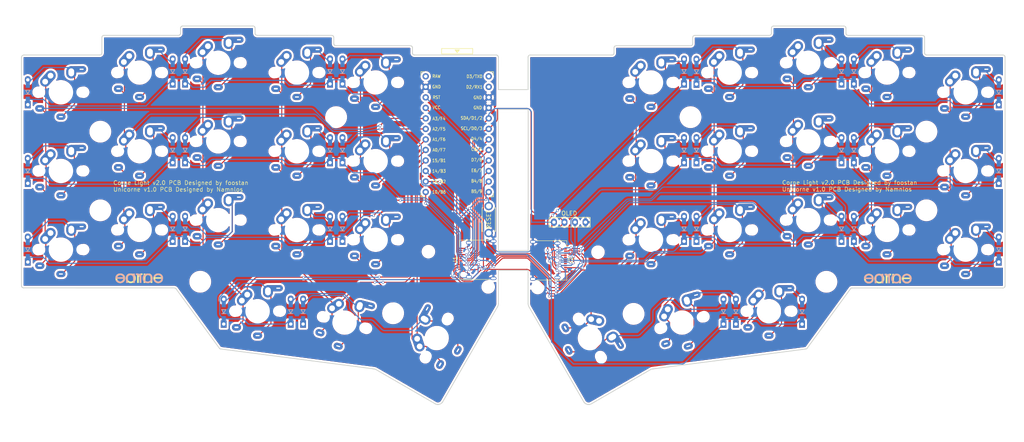
<source format=kicad_pcb>
(kicad_pcb (version 20211014) (generator pcbnew)
  (title_block (title "Unicorne") (date "2022-05-07") (rev "1.0") (company "Namnlos") (comment 1 "jan@namnlos.io"))
  (layers (0 "F.Cu" signal) (31 "B.Cu" signal) (34 "B.Paste" user) (35 "F.Paste" user) (36 "B.SilkS" user "B.Silkscreen") (37 "F.SilkS" user "F.Silkscreen") (38 "B.Mask" user) (39 "F.Mask" user) (44 "Edge.Cuts" user))
  (net 0 "")
  (net 1 "row0")
  (net 2 "Net-(D1-Pad2)")
  (net 3 "row1")
  (net 4 "Net-(D2-Pad2)")
  (net 5 "row2")
  (net 6 "Net-(D3-Pad2)")
  (net 7 "row3")
  (net 8 "Net-(D4-Pad2)")
  (net 9 "Net-(D5-Pad2)")
  (net 10 "Net-(D6-Pad2)")
  (net 11 "Net-(D7-Pad2)")
  (net 12 "Net-(D8-Pad2)")
  (net 13 "Net-(D9-Pad2)")
  (net 14 "Net-(D10-Pad2)")
  (net 15 "Net-(D11-Pad2)")
  (net 16 "Net-(D12-Pad2)")
  (net 17 "Net-(D13-Pad2)")
  (net 18 "Net-(D14-Pad2)")
  (net 19 "Net-(D15-Pad2)")
  (net 20 "Net-(D16-Pad2)")
  (net 21 "Net-(D17-Pad2)")
  (net 22 "Net-(D18-Pad2)")
  (net 23 "Net-(D19-Pad2)")
  (net 24 "Net-(D20-Pad2)")
  (net 25 "Net-(D21-Pad2)")
  (net 26 "GND")
  (net 27 "VCC")
  (net 28 "data")
  (net 29 "reset")
  (net 30 "SCL")
  (net 31 "SDA")
  (net 32 "col0r")
  (net 33 "col1r")
  (net 34 "col2r")
  (net 35 "col3r")
  (net 36 "col0l")
  (net 37 "col1l")
  (net 38 "Net-(D22-Pad2)")
  (net 40 "Net-(D23-Pad2)")
  (net 41 "Net-(D24-Pad2)")
  (net 42 "Net-(D25-Pad2)")
  (net 43 "Net-(D26-Pad2)")
  (net 44 "Net-(D27-Pad2)")
  (net 45 "Net-(D28-Pad2)")
  (net 46 "Net-(D29-Pad2)")
  (net 47 "Net-(D30-Pad2)")
  (net 48 "Net-(D31-Pad2)")
  (net 49 "Net-(D32-Pad2)")
  (net 50 "Net-(D33-Pad2)")
  (net 51 "Net-(D34-Pad2)")
  (net 52 "Net-(D35-Pad2)")
  (net 53 "Net-(D36-Pad2)")
  (net 54 "col2l")
  (net 55 "col3l")
  (net 56 "col4l")
  (net 68 "col4r")
  (net 69 "row0r")
  (net 70 "row1r")
  (net 71 "row2r")
  (net 72 "row3r")
  (footprint "kbd:keyswitch_cherrymx_alps_choc12_1u" (layer "F.Cu") (at 259.684847 45.920432)
    (fp_text reference "SW19")
    (fp_text value "SW_PUSH" hide)
  )
  (footprint "kbd:keyswitch_cherrymx_alps_choc12_1u" (layer "F.Cu") (at 240.684847 41.170432)
    (fp_text reference "SW20")
    (fp_text value "SW_PUSH" hide)
  )
  (footprint "kbd:keyswitch_cherrymx_alps_choc12_1u" (layer "F.Cu") (at 221.684847 38.795432)
    (fp_text reference "SW21")
    (fp_text value "SW_PUSH" hide)
  )
  (footprint "kbd:keyswitch_cherrymx_alps_choc12_1u" (layer "F.Cu") (at 202.684847 41.170432)
    (fp_text reference "SW22")
    (fp_text value "SW_PUSH" hide)
  )
  (footprint "kbd:keyswitch_cherrymx_alps_choc12_1u" (layer "F.Cu") (at 183.684847 43.545432)
    (fp_text reference "SW23")
    (fp_text value "SW_PUSH" hide)
  )
  (footprint "kbd:keyswitch_cherrymx_alps_choc12_1u" (layer "F.Cu") (at 259.684847 64.920432)
    (fp_text reference "SW24")
    (fp_text value "SW_PUSH" hide)
  )
  (footprint "kbd:keyswitch_cherrymx_alps_choc12_1u" (layer "F.Cu") (at 240.684847 60.170432)
    (fp_text reference "SW25")
    (fp_text value "SW_PUSH" hide)
  )
  (footprint "kbd:keyswitch_cherrymx_alps_choc12_1u" (layer "F.Cu") (at 221.684847 57.795432)
    (fp_text reference "SW26")
    (fp_text value "SW_PUSH" hide)
  )
  (footprint "kbd:keyswitch_cherrymx_alps_choc12_1u" (layer "F.Cu") (at 202.684847 60.170432)
    (fp_text reference "SW27")
    (fp_text value "SW_PUSH" hide)
  )
  (footprint "kbd:keyswitch_cherrymx_alps_choc12_1u" (layer "F.Cu") (at 183.684847 62.545432)
    (fp_text reference "SW28")
    (fp_text value "SW_PUSH" hide)
  )
  (footprint "kbd:keyswitch_cherrymx_alps_choc12_1u" (layer "F.Cu") (at 259.684847 83.920432)
    (fp_text reference "SW29")
    (fp_text value "SW_PUSH" hide)
  )
  (footprint "kbd:keyswitch_cherrymx_alps_choc12_1u" (layer "F.Cu") (at 240.684847 79.170432)
    (fp_text reference "SW30")
    (fp_text value "SW_PUSH" hide)
  )
  (footprint "kbd:keyswitch_cherrymx_alps_choc12_1u" (layer "F.Cu") (at 221.684847 76.795432)
    (fp_text reference "SW31")
    (fp_text value "SW_PUSH" hide)
  )
  (footprint "kbd:keyswitch_cherrymx_alps_choc12_1u" (layer "F.Cu") (at 202.684847 79.170432)
    (fp_text reference "SW32")
    (fp_text value "SW_PUSH" hide)
  )
  (footprint "kbd:keyswitch_cherrymx_alps_choc12_1u" (layer "F.Cu") (at 212.184847 98.795432)
    (fp_text reference "SW34")
    (fp_text value "SW_PUSH" hide)
  )
  (footprint "kbd:keyswitch_cherrymx_alps_choc12_1u" (layer "F.Cu") (at 191.184847 101.545432 15)
    (fp_text reference "SW35")
    (fp_text value "SW_PUSH" hide)
  )
  (footprint "kbd:keyswitch_cherrymx_alps_choc12_1u" (layer "F.Cu") (at 183.684847 81.545432)
    (fp_text reference "SW33")
    (fp_text value "SW_PUSH" hide)
  )
  (footprint "kbd:ProMicro_v3" (layer "F.Cu") (at 136.8925 56.56)
    (fp_text reference "U1" hide)
    (fp_text value "ProMicro" hide)
  )
  (footprint "kbd:keyswitch_cherrymx_alps_choc12_1u" (layer "F.Cu") (at 117.1875 43.545)
    (fp_text reference "SW5")
    (fp_text value "SW_PUSH" hide)
  )
  (footprint "kbd:keyswitch_cherrymx_alps_choc12_1u" (layer "F.Cu") (at 98.1875 41.17)
    (fp_text reference "SW4")
    (fp_text value "SW_PUSH" hide)
  )
  (footprint "kbd:keyswitch_cherrymx_alps_choc12_1u" (layer "F.Cu") (at 79.1875 38.795)
    (fp_text reference "SW3")
    (fp_text value "SW_PUSH" hide)
  )
  (footprint "kbd:keyswitch_cherrymx_alps_choc12_1u" (layer "F.Cu") (at 60.1875 41.17)
    (fp_text reference "SW2")
    (fp_text value "SW_PUSH" hide)
  )
  (footprint "kbd:keyswitch_cherrymx_alps_choc12_1u" (layer "F.Cu") (at 41.1875 45.92)
    (fp_text reference "SW1")
    (fp_text value "SW_PUSH" hide)
  )
  (footprint "kbd:keyswitch_cherrymx_alps_choc12_1u" (layer "F.Cu") (at 117.1875 81.545)
    (fp_text reference "SW15")
    (fp_text value "SW_PUSH" hide)
  )
  (footprint "kbd:keyswitch_cherrymx_alps_choc12_1.5u" (layer "F.Cu") (at 131.9375 105.295 60)
    (fp_text reference "SW18")
    (fp_text value "SW_PUSH" hide)
  )
  (footprint "kbd:keyswitch_cherrymx_alps_choc12_1u" (layer "F.Cu") (at 109.6875 101.545 -15)
    (fp_text reference "SW17")
    (fp_text value "SW_PUSH" hide)
  )
  (footprint "kbd:keyswitch_cherrymx_alps_choc12_1u" (layer "F.Cu") (at 88.6875 98.795)
    (fp_text reference "SW16")
    (fp_text value "SW_PUSH" hide)
  )
  (footprint "kbd:keyswitch_cherrymx_alps_choc12_1u" (layer "F.Cu") (at 98.1875 79.17)
    (fp_text reference "SW14")
    (fp_text value "SW_PUSH" hide)
  )
  (footprint "kbd:keyswitch_cherrymx_alps_choc12_1u" (layer "F.Cu") (at 79.1875 76.795)
    (fp_text reference "SW13")
    (fp_text value "SW_PUSH" hide)
  )
  (footprint "kbd:keyswitch_cherrymx_alps_choc12_1u" (layer "F.Cu") (at 60.1875 79.17)
    (fp_text reference "SW12")
    (fp_text value "SW_PUSH" hide)
  )
  (footprint "kbd:keyswitch_cherrymx_alps_choc12_1u" (layer "F.Cu") (at 41.1875 83.92)
    (fp_text reference "SW11")
    (fp_text value "SW_PUSH" hide)
  )
  (footprint "kbd:keyswitch_cherrymx_alps_choc12_1u" (layer "F.Cu") (at 117.1875 62.545)
    (fp_text reference "SW10")
    (fp_text value "SW_PUSH" hide)
  )
  (footprint "kbd:keyswitch_cherrymx_alps_choc12_1u" (layer "F.Cu") (at 98.1875 60.17)
    (fp_text reference "SW9")
    (fp_text value "SW_PUSH" hide)
  )
  (footprint "kbd:keyswitch_cherrymx_alps_choc12_1u" (layer "F.Cu") (at 79.1875 57.795)
    (fp_text reference "SW8")
    (fp_text value "SW_PUSH" hide)
  )
  (footprint "kbd:keyswitch_cherrymx_alps_choc12_1u" (layer "F.Cu") (at 60.1875 60.17)
    (fp_text reference "SW7")
    (fp_text value "SW_PUSH" hide)
  )
  (footprint "kbd:keyswitch_cherrymx_alps_choc12_1u" (layer "F.Cu") (at 41.1875 64.92)
    (fp_text reference "SW6")
    (fp_text value "SW_PUSH" hide)
  )
  (footprint "kbd:thread_m2" (layer "F.Cu") (at 156.330847 93.085432)
    (fp_text reference "Ref**" hide)
    (fp_text value "Val**" hide)
  )
  (footprint "kbd:thread_m2" (layer "F.Cu") (at 170.889847 84.542432)
    (fp_text reference "Ref**" hide)
    (fp_text value "Val**" hide)
  )
  (footprint "kbd:keyswitch_cherrymx_alps_choc12_1.5u" (layer "F.Cu") (at 168.934847 105.295432 -60)
    (fp_text reference "SW36")
    (fp_text value "SW_PUSH" hide)
  )
  (footprint "kbd:ResetSW_1side" (layer "F.Cu") (at 144.5045 76.671 90)
    (fp_text reference "RSW1" hide)
    (fp_text value "SW_PUSH")
  )
  (footprint "kbd:OLED_1side" (layer "F.Cu") (at 160.2575 77.31)
    (fp_text reference "J0")
    (fp_text value "OLED" hide)
  )
  (footprint "kbd:corne-logo-horizontal" (layer "F.Cu") (at 60.2175 90.93)
    (fp_text reference "G***" hide)
    (fp_text value "LOGO" hide)
  )
  (footprint "kbd:corne-logo-horizontal" (layer "F.Cu") (at 240.9975 91.01)
    (fp_text reference "G***" hide)
    (fp_text value "LOGO" hide)
  )
  (footprint "Connector_USB:USB_C_Receptacle_Amphenol_12401548E4-2A" (layer "F.Cu") (at 158.0013 86.5354 -90)
    (fp_text reference "J2")
    (fp_text value "USB_C_Receptacle")
  )
  (footprint "Connector_USB:USB_C_Receptacle_Amphenol_12401548E4-2A" (layer "F.Cu") (at 142.8121 86.383 90)
    (fp_text reference "J1")
    (fp_text value "USB_C_Receptacle")
  )
  (footprint "kbd:D3_TH" (layer "B.Cu") (at 232.684847 78.920432 90)
    (fp_text reference "D30" hide)
    (fp_text value "D" hide)
  )
  (footprint "kbd:D3_TH" (layer "B.Cu") (at 229.684847 78.915432 90)
    (fp_text reference "D31" hide)
    (fp_text value "D" hide)
  )
  (footprint "kbd:D3_TH" (layer "B.Cu") (at 194.684847 78.920432 90)
    (fp_text reference "D32" hide)
    (fp_text value "D" hide)
  )
  (footprint "kbd:D3_TH" (layer "B.Cu") (at 191.684847 78.920432 90)
    (fp_text reference "D33" hide)
    (fp_text value "D" hide)
  )
  (footprint "kbd:D3_TH" (layer "B.Cu") (at 220.184847 98.930432 90)
    (fp_text reference "D34" hide)
    (fp_text value "D" hide)
  )
  (footprint "kbd:D3_TH" (layer "B.Cu") (at 204.194847 98.915432 90)
    (fp_text reference "D35" hide)
    (fp_text value "D" hide)
  )
  (footprint "kbd:D3_TH" (layer "B.Cu") (at 201.194847 98.915432 90)
    (fp_text reference "D36" hide)
    (fp_text value "D" hide)
  )
  (footprint "kbd:D3_TH" (layer "B.Cu") (at 267.684847 45.920432 90)
    (fp_text reference "D19" hide)
    (fp_text value "D" hide)
  )
  (footprint "kbd:D3_TH" (layer "B.Cu") (at 232.684847 40.920432 90)
    (fp_text reference "D20" hide)
    (fp_text value "D" hide)
  )
  (footprint "kbd:D3_TH" (layer "B.Cu") (at 229.684847 40.915432 90)
    (fp_text reference "D21" hide)
    (fp_text value "D" hide)
  )
  (footprint "kbd:D3_TH" (layer "B.Cu") (at 191.684847 40.920432 90)
    (fp_text reference "D23" hide)
    (fp_text value "D" hide)
  )
  (footprint "kbd:D3_TH" (layer "B.Cu") (at 267.684847 64.920432 90)
    (fp_text reference "D24" hide)
    (fp_text value "D" hide)
  )
  (footprint "kbd:D3_TH" (layer "B.Cu") (at 232.684847 59.920432 90)
    (fp_text reference "D25" hide)
    (fp_text value "D" hide)
  )
  (footprint "kbd:D3_TH" (layer "B.Cu") (at 229.684847 59.915432 90)
    (fp_text reference "D26" hide)
    (fp_text value "D" hide)
  )
  (footprint "kbd:D3_TH" (layer "B.Cu") (at 194.684847 59.920432 90)
    (fp_text reference "D27" hide)
    (fp_text value "D" hide)
  )
  (footprint "kbd:D3_TH" (layer "B.Cu") (at 33.1875 83.92 90)
    (fp_text reference "D11" hide)
    (fp_text value "D" hide)
  )
  (footprint "kbd:D3_TH" (layer "B.Cu") (at 33.1875 64.92 90)
    (fp_text reference "D6" hide)
    (fp_text value "D" hide)
  )
  (footprint "kbd:D3_TH" (layer "B.Cu") (at 33.1875 45.92 90)
    (fp_text reference "D1" hide)
    (fp_text value "D" hide)
  )
  (footprint "kbd:D3_TH" (layer "B.Cu") (at 191.684847 59.920432 90)
    (fp_text reference "D28" hide)
    (fp_text value "D" hide)
  )
  (footprint "kbd:D3_TH" (layer "B.Cu") (at 99.6875 98.905 90)
    (fp_text reference "D18" hide)
    (fp_text value "D" hide)
  )
  (footprint "kbd:D3_TH" (layer "B.Cu") (at 96.6875 98.905 90)
    (fp_text reference "D17" hide)
    (fp_text value "D" hide)
  )
  (footprint "kbd:D3_TH" (layer "B.Cu") (at 80.5075 98.91 90)
    (fp_text reference "D16" hide)
    (fp_text value "D" hide)
  )
  (footprint "kbd:D3_TH" (layer "B.Cu") (at 109.1875 78.92 90)
    (fp_text reference "D15" hide)
    (fp_text value "D" hide)
  )
  (footprint "kbd:D3_TH" (layer "B.Cu") (at 106.1875 78.92 90)
    (fp_text reference "D14" hide)
    (fp_text value "D" hide)
  )
  (footprint "kbd:D3_TH" (layer "B.Cu") (at 71.1875 78.915 90)
    (fp_text reference "D13" hide)
    (fp_text value "D" hide)
  )
  (footprint "kbd:D3_TH" (layer "B.Cu") (at 68.1875 78.92 90)
    (fp_text reference "D12" hide)
    (fp_text value "D" hide)
  )
  (footprint "kbd:D3_TH" (layer "B.Cu") (at 109.1875 59.92 90)
    (fp_text reference "D10" hide)
    (fp_text value "D" hide)
  )
  (footprint "kbd:D3_TH" (layer "B.Cu") (at 106.1875 59.92 90)
    (fp_text reference "D9" hide)
    (fp_text value "D" hide)
  )
  (footprint "kbd:D3_TH" (layer "B.Cu") (at 71.1875 59.915 90)
    (fp_text reference "D8" hide)
    (fp_text value "D" hide)
  )
  (footprint "kbd:D3_TH" (layer "B.Cu") (at 68.1875 59.92 90)
    (fp_text reference "D7" hide)
    (fp_text value "D" hide)
  )
  (footprint "kbd:D3_TH" (layer "B.Cu") (at 109.1875 40.92 90)
    (fp_text reference "D5" hide)
    (fp_text value "D" hide)
  )
  (footprint "kbd:D3_TH" (layer "B.Cu") (at 106.1875 40.92 90)
    (fp_text reference "D4" hide)
    (fp_text value "D" hide)
  )
  (footprint "kbd:D3_TH" (layer "B.Cu") (at 71.1875 40.915 90)
    (fp_text reference "D3" hide)
    (fp_text value "D" hide)
  )
  (footprint "kbd:D3_TH" (layer "B.Cu") (at 68.1875 40.92 90)
    (fp_text reference "D2" hide)
    (fp_text value "D" hide)
  )
  (footprint "kbd:D3_TH" (layer "B.Cu") (at 267.684847 83.920432 90)
    (fp_text reference "D29" hide)
    (fp_text value "D" hide)
  )
  (footprint "kbd:spacer_m2" (layer "B.Cu") (at 107.6505 51.9305 180)
    (fp_text reference "Ref**" hide)
    (fp_text value "Val**" hide)
  )
  (footprint "kbd:spacer_m2" (layer "B.Cu") (at 74.8395 91.6855 180)
    (fp_text reference "Ref**" hide)
    (fp_text value "Val**" hide)
  )
  (footprint "kbd:spacer_m2" (layer "B.Cu") (at 121.4055 99.3 180)
    (fp_text reference "Ref**" hide)
    (fp_text value "Val**" hide)
  )
  (footprint "kbd:thread_m2" (layer "B.Cu") (at 129.9445 84.419 180)
    (fp_text reference "Ref**" hide)
    (fp_text value "Val**" hide)
  )
  (footprint "kbd:thread_m2" (layer "B.Cu") (at 144.3765 92.94 180)
    (fp_text reference "Ref**" hide)
    (fp_text value "Val**" hide)
  )
  (footprint "kbd:spacer_m2" (layer "B.Cu") (at 193.235847 51.936932 180)
    (fp_text reference "Ref**" hide)
    (fp_text value "Val**" hide)
  )
  (footprint "kbd:spacer_m2" (layer "B.Cu") (at 179.485847 99.446932 180)
    (fp_text reference "Ref**" hide)
    (fp_text value "Val**" hide)
  )
  (footprint "kbd:spacer_m2" (layer "B.Cu") (at 226.055847 91.696932 180)
    (fp_text reference "Ref**" hide)
    (fp_text value "Val**" hide)
  )
  (footprint "kbd:corne-logo-horizontal" (layer "B.Cu") (at 59.9875 90.93 180)
    (fp_text reference "G***" hide)
    (fp_text value "LOGO" hide)
  )
  (footprint "kbd:corne-logo-horizontal" (layer "B.Cu") (at 240.7675 91.01 180)
    (fp_text reference "G***" hide)
    (fp_text value "LOGO" hide)
  )
  (footprint "kbd:spacer_m2" (layer "B.Cu") (at 50.7125 74.445 180)
    (fp_text reference "Ref**" hide)
    (fp_text value "Val**" hide)
  )
  (footprint "kbd:spacer_m2" (layer "B.Cu") (at 50.7125 55.445 180)
    (fp_text reference "Ref**" hide)
    (fp_text value "Val**" hide)
  )
  (footprint "kbd:spacer_m2" (layer "B.Cu") (at 250.2125 74.426932 180)
    (fp_text reference "Ref**" hide)
    (fp_text value "Val**" hide)
  )
  (footprint "kbd:spacer_m2" (layer "B.Cu") (at 250.2125 55.426932 180)
    (fp_text reference "Ref**" hide)
    (fp_text value "Val**" hide)
  )
  (footprint "kbd:D3_TH" (layer "B.Cu") (at 194.6789 40.9678 90)
    (fp_text reference "D22" hide)
    (fp_text value "D" hide)
  )
  (gr_line (start 268.70212 93.187882) (end 268.70212 93.187882) (layer "Edge.Cuts") (width 0.2))
  (gr_line (start 31.98301 93.12416) (end 32.15319 93.15464) (layer "Edge.Cuts") (width 0.2))
  (gr_line (start 221.022679 107.937647) (end 184.352736 112.707763) (layer "Edge.Cuts") (width 0.2))
  (gr_line (start 268.86976 93.157402) (end 268.70212 93.187882) (layer "Edge.Cuts") (width 0.2))
  (gr_line (start 154.022627 45.2858) (end 146.8253 45.2858) (layer "Edge.Cuts") (width 0.2))
  (gr_line (start 230.87279 31.986642) (end 230.80167 31.854563) (layer "Edge.Cuts") (width 0.2))
  (gr_line (start 69.986809 31.979022) (end 70.055389 31.849483) (layer "Edge.Cuts") (width 0.2))
  (gr_line (start 79.834379 107.930027) (end 116.504323 112.700143) (layer "Edge.Cuts") (width 0.2))
  (gr_line (start 133.324186 120.792575) (end 133.380066 120.716375) (layer "Edge.Cuts") (width 0.2))
  (gr_line (start 88.58467 32.179682) (end 88.58467 32.179682) (layer "Edge.Cuts") (width 0.2))
  (gr_line (start 70.283988 30.030844) (end 70.184928 30.132444) (layer "Edge.Cuts") (width 0.2))
  (gr_line (start 62.636056 32.179682) (end 51.584527 32.179682) (layer "Edge.Cuts") (width 0.2))
  (gr_line (start 106.585632 32.179682) (end 100.636958 32.179682) (layer "Edge.Cuts") (width 0.2))
  (gr_line (start 146.8253 84.1478) (end 154.0389 84.1478) (layer "Edge.Cuts") (width 0.2))
  (gr_line (start 175.272245 34.68666) (end 193.273207 34.68666) (layer "Edge.Cuts") (width 0.2))
  (gr_line (start 231.919269 93.332662) (end 221.375739 107.790328) (layer "Edge.Cuts") (width 0.2))
  (gr_line (start 167.479532 120.723995) (end 167.474452 120.718915) (layer "Edge.Cuts") (width 0.2))
  (gr_line (start 88.41703 32.151742) (end 88.58467 32.179682) (layer "Edge.Cuts") (width 0.2))
  (gr_line (start 146.834433 37.429857) (end 146.803953 37.259677) (layer "Edge.Cuts") (width 0.2))
  (gr_line (start 117.159642 112.829683) (end 117.002162 112.786503) (layer "Edge.Cuts") (width 0.2))
  (gr_line (start 154.0389 50.061) (end 146.8253 50.061) (layer "Edge.Cuts") (width 0.2))
  (gr_line (start 183.854896 112.794123) (end 184.019996 112.756023) (layer "Edge.Cuts") (width 0.2))
  (gr_line (start 168.277092 121.290414) (end 168.122152 121.239614) (layer "Edge.Cuts") (width 0.2))
  (gr_arc (start 51.084147 32.680062) (mid 51.232813 32.328348) (end 51.584527 32.179682) (layer "Edge.Cuts") (width 0.2))
  (gr_line (start 125.584814 34.67904) (end 107.583851 34.67904) (layer "Edge.Cuts") (width 0.2))
  (gr_line (start 221.114119 107.930027) (end 221.022679 107.937647) (layer "Edge.Cuts") (width 0.2))
  (gr_arc (start 193.773586 34.18628) (mid 193.627029 34.540102) (end 193.273207 34.68666) (layer "Edge.Cuts") (width 0.2))
  (gr_line (start 117.159642 112.829683) (end 131.454748 121.092294) (layer "Edge.Cuts") (width 0.2))
  (gr_line (start 70.085868 30.429624) (end 70.085868 30.429624) (layer "Edge.Cuts") (width 0.2))
  (gr_line (start 116.837062 112.748403) (end 116.664342 112.720463) (layer "Edge.Cuts") (width 0.2))
  (gr_line (start 250.103111 36.906618) (end 249.971031 36.835498) (layer "Edge.Cuts") (width 0.2))
  (gr_arc (start 193.773586 32.687682) (mid 193.920059 32.333775) (end 194.273966 32.187302) (layer "Edge.Cuts") (width 0.2))
  (gr_line (start 32.15319 93.15464) (end 32.15319 93.15464) (layer "Edge.Cuts") (width 0.2))
  (gr_line (start 268.8723 36.967578) (end 269.00184 37.038697) (layer "Edge.Cuts") (width 0.2))
  (gr_line (start 79.745479 107.922407) (end 79.834379 107.930027) (layer "Edge.Cuts") (width 0.2))
  (gr_line (start 184.192716 112.728083) (end 184.352736 112.707763) (layer "Edge.Cuts") (width 0.2))
  (gr_line (start 238.396262 93.187882) (end 268.70212 93.187882) (layer "Edge.Cuts") (width 0.2))
  (gr_line (start 126.415393 36.901538) (end 126.585573 36.929478) (layer "Edge.Cuts") (width 0.2))
  (gr_line (start 79.481319 107.782708) (end 79.595619 107.869068) (layer "Edge.Cuts") (width 0.2))
  (gr_arc (start 31.659585 37.5642) (mid 31.82814 37.114514) (end 32.2713 36.929478) (layer "Edge.Cuts") (width 0.2))
  (gr_arc (start 51.084147 36.429098) (mid 50.93759 36.78292) (end 50.583768 36.929478) (layer "Edge.Cuts") (width 0.2))
  (gr_line (start 146.501693 36.959958) (end 146.334053 36.929478) (layer "Edge.Cuts") (width 0.2))
  (gr_line (start 269.10344 37.137757) (end 269.17202 37.269837) (layer "Edge.Cuts") (width 0.2))
  (gr_line (start 230.80167 31.854563) (end 230.77373 31.684383) (layer "Edge.Cuts") (width 0.2))
  (gr_line (start 146.732833 37.130137) (end 146.633773 37.028537) (layer "Edge.Cuts") (width 0.2))
  (gr_line (start 87.883631 30.028304) (end 87.754091 29.959724) (layer "Edge.Cuts") (width 0.2))
  (gr_line (start 249.871971 36.736438) (end 249.800851 36.604358) (layer "Edge.Cuts") (width 0.2))
  (gr_line (start 70.113808 30.261984) (end 70.085868 30.429624) (layer "Edge.Cuts") (width 0.2))
  (gr_line (start 88.114771 31.852023) (end 88.185891 31.981562) (layer "Edge.Cuts") (width 0.2))
  (gr_line (start 31.652811 92.654261) (end 31.659585 37.5642) (layer "Edge.Cuts") (width 0.2))
  (gr_line (start 169.140691 121.237074) (end 168.988291 121.287874) (layer "Edge.Cuts") (width 0.2))
  (gr_line (start 230.27335 29.934324) (end 230.44353 29.967344) (layer "Edge.Cuts") (width 0.2))
  (gr_line (start 146.803953 37.259677) (end 146.732833 37.130137) (layer "Edge.Cuts") (width 0.2))
  (gr_line (start 167.540492 120.807815) (end 167.479532 120.723995) (layer "Edge.Cuts") (width 0.2))
  (gr_line (start 193.773586 34.18628) (end 193.773586 32.687682) (layer "Edge.Cuts") (width 0.2))
  (gr_line (start 126.115673 36.601818) (end 126.184253 36.731358) (layer "Edge.Cuts") (width 0.2))
  (gr_line (start 174.975065 34.78572) (end 175.104605 34.71714) (layer "Edge.Cuts") (width 0.2))
  (gr_arc (start 212.772768 31.684383) (mid 212.626363 32.039104) (end 212.272388 32.187302) (layer "Edge.Cuts") (width 0.2))
  (gr_line (start 107.286672 34.57998) (end 107.416212 34.6511) (layer "Edge.Cuts") (width 0.2))
  (gr_line (start 79.595619 107.869068) (end 79.745479 107.922407) (layer "Edge.Cuts") (width 0.2))
  (gr_line (start 154.0389 84.1478) (end 154.0389 50.061) (layer "Edge.Cuts") (width 0.2))
  (gr_line (start 146.334053 36.929478) (end 126.585573 36.929478) (layer "Edge.Cuts") (width 0.2))
  (gr_line (start 68.67363 93.187882) (end 68.58473 93.16) (layer "Edge.Cuts") (width 0.2))
  (gr_line (start 269.2025 92.684963) (end 269.17202 92.857682) (layer "Edge.Cuts") (width 0.2))
  (gr_line (start 146.8253 50.061) (end 146.8253 84.1478) (layer "Edge.Cuts") (width 0.2))
  (gr_line (start 230.44353 29.967344) (end 230.57307 30.038464) (layer "Edge.Cuts") (width 0.2))
  (gr_line (start 88.084291 30.429624) (end 88.056351 30.259444) (layer "Edge.Cuts") (width 0.2))
  (gr_line (start 269.17202 37.269837) (end 269.2025 37.437477) (layer "Edge.Cuts") (width 0.2))
  (gr_line (start 230.57307 30.038464) (end 230.67213 30.137524) (layer "Edge.Cuts") (width 0.2))
  (gr_line (start 69.585489 32.179682) (end 69.755669 32.151742) (layer "Edge.Cuts") (width 0.2))
  (gr_line (start 68.93779 93.327582) (end 68.82095 93.241222) (layer "Edge.Cuts") (width 0.2))
  (gr_line (start 250.273291 36.937098) (end 268.70212 36.937098) (layer "Edge.Cuts") (width 0.2))
  (gr_line (start 146.834433 88.923) (end 154.022626 88.923) (layer "Edge.Cuts") (width 0.2))
  (gr_line (start 174.802345 35.016859) (end 174.873465 34.88732) (layer "Edge.Cuts") (width 0.2))
  (gr_line (start 230.77373 30.437244) (end 230.77373 31.684383) (layer "Edge.Cuts") (width 0.2))
  (gr_line (start 106.882812 32.278742) (end 106.753272 32.210162) (layer "Edge.Cuts") (width 0.2))
  (gr_line (start 69.585489 32.179682) (end 62.636056 32.179682) (layer "Edge.Cuts") (width 0.2))
  (gr_line (start 107.086012 34.1812) (end 107.113952 34.35138) (layer "Edge.Cuts") (width 0.2))
  (gr_line (start 131.718908 121.229454) (end 131.871307 121.280254) (layer "Edge.Cuts") (width 0.2))
  (gr_line (start 133.380066 120.716375) (end 133.382606 120.711295) (layer "Edge.Cuts") (width 0.2))
  (gr_line (start 70.085868 30.429624) (end 70.085868 31.679303) (layer "Edge.Cuts") (width 0.2))
  (gr_line (start 51.084147 32.680062) (end 51.084147 36.429098) (layer "Edge.Cuts") (width 0.2))
  (gr_line (start 107.055532 32.509882) (end 106.984412 32.380342) (layer "Edge.Cuts") (width 0.2))
  (gr_line (start 132.879686 121.165954) (end 133.004146 121.092294) (layer "Edge.Cuts") (width 0.2))
  (gr_line (start 213.273147 29.934324) (end 230.27335 29.934324) (layer "Edge.Cuts") (width 0.2))
  (gr_line (start 167.741152 121.016095) (end 167.637012 120.917035) (layer "Edge.Cuts") (width 0.2))
  (gr_line (start 125.884533 34.78064) (end 125.752454 34.70952) (layer "Edge.Cuts") (width 0.2))
  (gr_line (start 269.00184 37.038697) (end 269.10344 37.137757) (layer "Edge.Cuts") (width 0.2))
  (gr_line (start 249.442711 32.217782) (end 249.572251 32.288902) (layer "Edge.Cuts") (width 0.2))
  (gr_line (start 68.58473 93.16) (end 62.625896 93.16) (layer "Edge.Cuts") (width 0.2))
  (gr_line (start 232.272328 93.187882) (end 238.396262 93.187882) (layer "Edge.Cuts") (width 0.2))
  (gr_line (start 184.019996 112.756023) (end 184.192716 112.728083) (layer "Edge.Cuts") (width 0.2))
  (gr_line (start 221.261439 107.876688) (end 221.114119 107.930027) (layer "Edge.Cuts") (width 0.2))
  (gr_line (start 269.17202 92.857682) (end 269.1009 92.987222) (layer "Edge.Cuts") (width 0.2))
  (gr_line (start 146.8253 45.2858) (end 146.834433 37.429857) (layer "Edge.Cuts") (width 0.2))
  (gr_line (start 212.272388 32.187302) (end 212.272388 32.187302) (layer "Edge.Cuts") (width 0.2))
  (gr_line (start 107.086012 34.1812) (end 107.086012 32.680062) (layer "Edge.Cuts") (width 0.2))
  (gr_line (start 249.673851 32.387962) (end 249.744971 32.520042) (layer "Edge.Cuts") (width 0.2))
  (gr_line (start 174.672805 36.738978) (end 174.571205 36.838038) (layer "Edge.Cuts") (width 0.2))
  (gr_line (start 132.226907 121.328514) (end 132.414867 121.315814) (layer "Edge.Cuts") (width 0.2))
  (gr_line (start 133.126066 120.998315) (end 133.230206 120.901795) (layer "Edge.Cuts") (width 0.2))
  (gr_line (start 168.820651 121.320894) (end 168.632691 121.336134) (layer "Edge.Cuts") (width 0.2))
  (gr_line (start 106.753272 32.210162) (end 106.585632 32.179682) (layer "Edge.Cuts") (width 0.2))
  (gr_line (start 168.632691 121.336134) (end 168.444731 121.323434) (layer "Edge.Cuts") (width 0.2))
  (gr_line (start 70.413528 29.959724) (end 70.283988 30.030844) (layer "Edge.Cuts") (width 0.2))
  (gr_line (start 168.122152 121.239614) (end 167.984992 121.176114) (layer "Edge.Cuts") (width 0.2))
  (gr_line (start 183.697416 112.837303) (end 183.854896 112.794123) (layer "Edge.Cuts") (width 0.2))
  (gr_line (start 107.086012 32.680062) (end 107.055532 32.509882) (layer "Edge.Cuts") (width 0.2))
  (gr_line (start 269.1009 92.987222) (end 268.9993 93.088822) (layer "Edge.Cuts") (width 0.2))
  (gr_line (start 126.184253 36.731358) (end 126.285853 36.830418) (layer "Edge.Cuts") (width 0.2))
  (gr_arc (start 212.772768 30.434704) (mid 212.924405 30.085962) (end 213.273147 29.934324) (layer "Edge.Cuts") (width 0.2))
  (gr_line (start 174.873465 34.88732) (end 174.975065 34.78572) (layer "Edge.Cuts") (width 0.2))
  (gr_line (start 230.74325 30.267064) (end 230.77373 30.437244) (layer "Edge.Cuts") (width 0.2))
  (gr_line (start 87.583911 29.929244) (end 70.583708 29.929244) (layer "Edge.Cuts") (width 0.2))
  (gr_line (start 117.002162 112.786503) (end 116.837062 112.748403) (layer "Edge.Cuts") (width 0.2))
  (gr_line (start 70.055389 31.849483) (end 70.085868 31.679303) (layer "Edge.Cuts") (width 0.2))
  (gr_line (start 249.772911 32.687682) (end 249.772911 36.436718) (layer "Edge.Cuts") (width 0.2))
  (gr_line (start 167.857992 121.102454) (end 167.741152 121.016095) (layer "Edge.Cuts") (width 0.2))
  (gr_line (start 131.871307 121.280254) (end 132.038947 121.315814) (layer "Edge.Cuts") (width 0.2))
  (gr_line (start 230.97185 32.085702) (end 230.87279 31.986642) (layer "Edge.Cuts") (width 0.2))
  (gr_line (start 125.983593 34.8797) (end 125.884533 34.78064) (layer "Edge.Cuts") (width 0.2))
  (gr_line (start 88.284951 32.080622) (end 88.41703 32.151742) (layer "Edge.Cuts") (width 0.2))
  (gr_line (start 167.474452 120.718915) (end 154.248685 97.785277) (layer "Edge.Cuts") (width 0.2))
  (gr_line (start 231.274109 32.187302) (end 243.146058 32.187302) (layer "Edge.Cuts") (width 0.2))
  (gr_line (start 87.754091 29.959724) (end 87.583911 29.929244) (layer "Edge.Cuts") (width 0.2))
  (gr_line (start 249.572251 32.288902) (end 249.673851 32.387962) (layer "Edge.Cuts") (width 0.2))
  (gr_line (start 249.272532 32.187302) (end 249.442711 32.217782) (layer "Edge.Cuts") (width 0.2))
  (gr_line (start 126.285853 36.830418) (end 126.415393 36.901538) (layer "Edge.Cuts") (width 0.2))
  (gr_line (start 174.771865 35.187039) (end 174.771865 36.436718) (layer "Edge.Cuts") (width 0.2))
  (gr_line (start 230.77373 30.437244) (end 230.77373 30.437244) (layer "Edge.Cuts") (width 0.2))
  (gr_line (start 212.772768 31.684383) (end 212.772768 30.434704) (layer "Edge.Cuts") (width 0.2))
  (gr_line (start 231.103929 32.156822) (end 230.97185 32.085702) (layer "Edge.Cuts") (width 0.2))
  (gr_line (start 100.636958 32.179682) (end 88.58467 32.179682) (layer "Edge.Cuts") (width 0.2))
  (gr_line (start 230.67213 30.137524) (end 230.74325 30.267064) (layer "Edge.Cuts") (width 0.2))
  (gr_line (start 212.272388 32.187302) (end 205.236595 32.187302) (layer "Edge.Cuts") (width 0.2))
  (gr_line (start 125.752454 34.70952) (end 125.584814 34.67904) (layer "Edge.Cuts") (width 0.2))
  (gr_line (start 269.2025 37.437477) (end 269.2025 92.684963) (layer "Edge.Cuts") (width 0.2))
  (gr_line (start 132.038947 121.315814) (end 132.226907 121.328514) (layer "Edge.Cuts") (width 0.2))
  (gr_line (start 133.004146 121.092294) (end 133.126066 120.998315) (layer "Edge.Cuts") (width 0.2))
  (gr_line (start 249.744971 32.520042) (end 249.772911 32.687682) (layer "Edge.Cuts") (width 0.2))
  (gr_line (start 31.652811 92.654261) (end 31.680751 92.82444) (layer "Edge.Cuts") (width 0.2))
  (gr_line (start 126.585573 36.929478) (end 126.585573 36.929478) (layer "Edge.Cuts") (width 0.2))
  (gr_line (start 183.697416 112.837303) (end 169.40485 121.097374) (layer "Edge.Cuts") (width 0.2))
  (gr_line (start 249.800851 36.604358) (end 249.772911 36.436718) (layer "Edge.Cuts") (width 0.2))
  (gr_line (start 107.113952 34.35138) (end 107.185072 34.48092) (layer "Edge.Cuts") (width 0.2))
  (gr_line (start 68.93779 93.327582) (end 79.481319 107.782708) (layer "Edge.Cuts") (width 0.2))
  (gr_line (start 174.441665 36.909158) (end 174.274026 36.937098) (layer "Edge.Cuts") (width 0.2))
  (gr_line (start 249.971031 36.835498) (end 249.871971 36.736438) (layer "Edge.Cuts") (width 0.2))
  (gr_line (start 168.988291 121.287874) (end 168.820651 121.320894) (layer "Edge.Cuts") (width 0.2))
  (gr_line (start 133.230206 120.901795) (end 133.324186 120.792575) (layer "Edge.Cuts") (width 0.2))
  (gr_line (start 132.582507 121.282794) (end 132.734907 121.231994) (layer "Edge.Cuts") (width 0.2))
  (gr_line (start 126.085193 35.179419) (end 126.054713 35.009239) (layer "Edge.Cuts") (width 0.2))
  (gr_line (start 88.185891 31.981562) (end 88.284951 32.080622) (layer "Edge.Cuts") (width 0.2))
  (gr_line (start 167.984992 121.176114) (end 167.857992 121.102454) (layer "Edge.Cuts") (width 0.2))
  (gr_arc (start 154.248685 97.785277) (mid 154.077788 97.363372) (end 154.022626 96.911518) (layer "Edge.Cuts") (width 0.2))
  (gr_line (start 269.2025 37.437477) (end 269.2025 37.437477) (layer "Edge.Cuts") (width 0.2))
  (gr_line (start 146.633773 37.028537) (end 146.501693 36.959958) (layer "Edge.Cuts") (width 0.2))
  (gr_line (start 133.382606 120.711295) (end 146.608373 97.777657) (layer "Edge.Cuts") (width 0.2))
  (gr_line (start 154.022626 96.911518) (end 154.022626 88.923) (layer "Edge.Cuts") (width 0.2))
  (gr_line (start 126.085193 36.429098) (end 126.115673 36.601818) (layer "Edge.Cuts") (width 0.2))
  (gr_line (start 88.084291 31.679303) (end 88.114771 31.852023) (layer "Edge.Cuts") (width 0.2))
  (gr_line (start 167.637012 120.917035) (end 167.540492 120.807815) (layer "Edge.Cuts") (width 0.2))
  (gr_line (start 107.185072 34.48092) (end 107.286672 34.57998) (layer "Edge.Cuts") (width 0.2))
  (gr_line (start 168.444731 121.323434) (end 168.277092 121.290414) (layer "Edge.Cuts") (width 0.2))
  (gr_line (start 132.734907 121.231994) (end 132.879686 121.165954) (layer "Edge.Cuts") (width 0.2))
  (gr_line (start 131.579208 121.165954) (end 131.718908 121.229454) (layer "Edge.Cuts") (width 0.2))
  (gr_line (start 221.375739 107.790328) (end 221.261439 107.876688) (layer "Edge.Cuts") (width 0.2))
  (gr_line (start 250.273291 36.937098) (end 250.103111 36.906618) (layer "Edge.Cuts") (width 0.2))
  (gr_line (start 174.274026 36.937098) (end 174.274026 36.937098) (layer "Edge.Cuts") (width 0.2))
  (gr_line (start 175.104605 34.71714) (end 175.272245 34.68666) (layer "Edge.Cuts") (width 0.2))
  (gr_line (start 231.274109 32.187302) (end 231.103929 32.156822) (layer "Edge.Cuts") (width 0.2))
  (gr_line (start 69.755669 32.151742) (end 69.885209 32.080622) (layer "Edge.Cuts") (width 0.2))
  (gr_line (start 50.583768 36.929478) (end 32.2713 36.929478) (layer "Edge.Cuts") (width 0.2))
  (gr_arc (start 154.022627 37.434937) (mid 154.162527 37.075165) (end 154.523005 36.937098) (layer "Edge.Cuts") (width 0.2))
  (gr_line (start 268.70212 36.937098) (end 268.8723 36.967578) (layer "Edge.Cuts") (width 0.2))
  (gr_line (start 174.571205 36.838038) (end 174.441665 36.909158) (layer "Edge.Cuts") (width 0.2))
  (gr_line (start 126.054713 35.009239) (end 125.983593 34.8797) (layer "Edge.Cuts") (width 0.2))
  (gr_line (start 70.085868 31.679303) (end 70.085868 31.679303) (layer "Edge.Cuts") (width 0.2))
  (gr_line (start 174.771865 36.436718) (end 174.743925 36.609438) (layer "Edge.Cuts") (width 0.2))
  (gr_line (start 268.9993 93.088822) (end 268.86976 93.157402) (layer "Edge.Cuts") (width 0.2))
  (gr_line (start 32.15319 93.15464) (end 62.625896 93.16) (layer "Edge.Cuts") (width 0.2))
  (gr_line (start 174.743925 36.609438) (end 174.672805 36.738978) (layer "Edge.Cuts") (width 0.2))
  (gr_line (start 87.985231 30.129904) (end 87.883631 30.028304) (layer "Edge.Cuts") (width 0.2))
  (gr_line (start 31.853471 93.05558) (end 31.98301 93.12416) (layer "Edge.Cuts") (width 0.2))
  (gr_line (start 194.273966 32.187302) (end 205.236595 32.187302) (layer "Edge.Cuts") (width 0.2))
  (gr_arc (start 231.919269 93.332662) (mid 232.077235 93.21499) (end 232.272328 93.187882) (layer "Edge.Cuts") (width 0.2))
  (gr_line (start 169.40485 121.097374) (end 169.277851 121.173574) (layer "Edge.Cuts") (width 0.2))
  (gr_line (start 69.885209 32.080622) (end 69.986809 31.979022) (layer "Edge.Cuts") (width 0.2))
  (gr_line (start 169.277851 121.173574) (end 169.140691 121.237074) (layer "Edge.Cuts") (width 0.2))
  (gr_line (start 107.416212 34.6511) (end 107.583851 34.67904) (layer "Edge.Cuts") (width 0.2))
  (gr_line (start 70.583708 29.929244) (end 70.413528 29.959724) (layer "Edge.Cuts") (width 0.2))
  (gr_line (start 174.771865 35.187039) (end 174.802345 35.016859) (layer "Edge.Cuts") (width 0.2))
  (gr_line (start 154.523005 36.937098) (end 174.274026 36.937098) (layer "Edge.Cuts") (width 0.2))
  (gr_line (start 106.984412 32.380342) (end 106.882812 32.278742) (layer "Edge.Cuts") (width 0.2))
  (gr_line (start 249.772911 36.436718) (end 249.772911 36.436718) (layer "Edge.Cuts") (width 0.2))
  (gr_line (start 70.184928 30.132444) (end 70.113808 30.261984) (layer "Edge.Cuts") (width 0.2))
  (gr_line (start 31.751871 92.95398) (end 31.853471 93.05558) (layer "Edge.Cuts") (width 0.2))
  (gr_line (start 131.454748 121.092294) (end 131.579208 121.165954) (layer "Edge.Cuts") (width 0.2))
  (gr_line (start 68.82095 93.241222) (end 68.67363 93.187882) (layer "Edge.Cuts") (width 0.2))
  (gr_line (start 88.056351 30.259444) (end 87.985231 30.129904) (layer "Edge.Cuts") (width 0.2))
  (gr_line (start 132.414867 121.315814) (end 132.582507 121.282794) (layer "Edge.Cuts") (width 0.2))
  (gr_arc (start 146.834433 96.948348) (mid 146.785457 97.380461) (end 146.608373 97.777657) (layer "Edge.Cuts") (width 0.2))
  (gr_line (start 31.680751 92.82444) (end 31.751871 92.95398) (layer "Edge.Cuts") (width 0.2))
  (gr_line (start 146.834433 96.948348) (end 146.834433 88.923) (layer "Edge.Cuts") (width 0.2))
  (gr_line (start 154.022627 37.434937) (end 154.022627 45.2858) (layer "Edge.Cuts") (width 0.2))
  (gr_line (start 126.085193 35.179419) (end 126.085193 36.429098) (layer "Edge.Cuts") (width 0.2))
  (gr_line (start 116.664342 112.720463) (end 116.504323 112.700143) (layer "Edge.Cuts") (width 0.2))
  (gr_line (start 87.583911 29.929244) (end 87.583911 29.929244) (layer "Edge.Cuts") (width 0.2))
  (gr_line (start 88.084291 31.679303) (end 88.084291 30.429624) (layer "Edge.Cuts") (width 0.2))
  (gr_line (start 249.272532 32.187302) (end 243.146058 32.187302) (layer "Edge.Cuts") (width 0.2))
  (gr_text "Corne Light v2.0 PCB Designed by foostan\nUnicorne v1.0 PCB Designed by Namnlos" (at 215.2775 68.56) (layer "F.SilkS") (effects (font (size 1 1) (thickness 0.125)) (justify left)))
  (gr_text "Corne Light v2.0 PCB Designed by foostan\nUnicorne v1.0 PCB Designed by Namnlos" (at 53.7675 68.6) (layer "F.SilkS") (effects (font (size 1 1) (thickness 0.125)) (justify left)))
  (segment (start 144.5039 57.322) (end 141.811755 60.014145) (width 0.25) (layer "F.Cu") (net 1))
  (segment (start 140.084944 85.583) (end 139.8021 85.583) (width 0.25) (layer "F.Cu") (net 1))
  (segment (start 141.225969 84.441975) (end 140.084944 85.583) (width 0.25) (layer "F.Cu") (net 1))
  (segment (start 141.518862 60.721252) (end 141.518862 83.734868) (width 0.25) (layer "F.Cu") (net 1))
  (arc (start 141.518862 60.721252) (mid 141.594982 60.338569) (end 141.811755 60.014145) (width 0.25) (layer "F.Cu") (net 1))
  (arc (start 141.225969 84.441975) (mid 141.442742 84.117552) (end 141.518862 83.734868) (width 0.25) (layer "F.Cu") (net 1))
  (segment (start 71.1875 43.915) (end 71.1875 42.69) (width 0.25) (layer "B.Cu") (net 1))
  (segment (start 128.247389 59.120213) (end 128.247389 67.497124) (width 0.25) (layer "B.Cu") (net 1))
  (segment (start 128.540282 68.204231) (end 128.561669 68.225618) (width 0.25) (layer "B.Cu") (net 1))
  (segment (start 109.1875 43.92) (end 111.344128 46.076628) (width 0.25) (layer "B.Cu") (net 1))
  (segment (start 38.5745 49.214) (end 61.7685 49.214) (width 0.254) (layer "B.Cu") (net 1))
  (segment (start 129.268776 68.518511) (end 130.013603 68.518511) (width 0.25) (layer "B.Cu") (net 1))
  (segment (start 61.7685 49.214) (end 68.3225 42.66) (width 0.254) (layer "B.Cu") (net 1))
  (segment (start 68.3225 42.66) (end 70.9475 42.66) (width 0.254) (layer "B.Cu") (net 1))
  (segment (start 104.8835 44.224) (end 106.1975 42.91) (width 0.254) (layer "B.Cu") (net 1))
  (segment (start 33.1875 48.92) (end 33.1875 47.695) (width 0.25) (layer "B.Cu") (net 1))
  (segment (start 130.72071 68.811404) (end 140.383727 78.474421) (width 0.25) (layer "B.Cu") (net 1))
  (segment (start 109.1875 43.92) (end 109.1875 42.695) (width 0.25) (layer "B.Cu") (net 1))
  (segment (start 75.8345 44.714) (end 77.4845 43.064) (width 0.254) (layer "B.Cu") (net 1))
  (segment (start 140.383727 85.049211) (end 139.849938 85.583) (width 0.25) (layer "B.Cu") (net 1))
  (segment (start 95.1345 43.064) (end 96.2945 44.224) (width 0.254) (layer "B.Cu") (net 1))
  (segment (start 139.849938 85.583) (end 139.8021 85.583) (width 0.25) (layer "B.Cu") (net 1))
  (segment (start 116.203804 46.662414) (end 127.954496 58.413106) (width 0.25) (layer "B.Cu") (net 1))
  (segment (start 106.1875 43.92) (end 106.1875 42.695) (width 0.25) (layer "B.Cu") (net 1))
  (segment (start 70.9475 42.66) (end 73.0015 44.714) (width 0.254) (layer "B.Cu") (net 1))
  (segment (start 37.0205 47.66) (end 38.5745 49.214) (width 0.254) (layer "B.Cu") (net 1))
  (segment (start 96.2945 44.224) (end 104.8835 44.224) (width 0.254) (layer "B.Cu") (net 1))
  (segment (start 77.4845 43.064) (end 95.1345 43.064) (width 0.254) (layer "B.Cu") (net 1))
  (segment (start 106.3225 42.91) (end 109.1875 42.91) (width 0.254) (layer "B.Cu") (net 1))
  (segment (start 112.051235 46.369521) (end 115.496697 46.369521) (width 0.25) (layer "B.Cu") (net 1))
  (segment (start 33.1975 47.66) (end 37.0205 47.66) (width 0.254) (layer "B.Cu") (net 1))
  (segment (start 140.67662 79.181528) (end 140.67662 84.342104) (width 0.25) (layer "B.Cu") (net 1))
  (segment (start 68.1875 43.92) (end 68.1875 42.695) (width 0.25) (layer "B.Cu") (net 1))
  (segment (start 73.0015 44.714) (end 75.8345 44.714) (width 0.254) (layer "B.Cu") (net 1))
  (arc (start 130.013603 68.518511) (mid 130.396286 68.594631) (end 130.72071 68.811404) (width 0.25) (layer "B.Cu") (net 1))
  (arc (start 111.344128 46.076628) (mid 111.668551 46.293401) (end 112.051235 46.369521) (width 0.25) (layer "B.Cu") (net 1))
  (arc (start 140.383727 85.049211) (mid 140.6005 84.724788) (end 140.67662 84.342104) (width 0.25) (layer "B.Cu") (net 1))
  (arc (start 128.561669 68.225618) (mid 128.886092 68.442391) (end 129.268776 68.518511) (width 0.25) (layer "B.Cu") (net 1))
  (arc (start 128.247389 59.120213) (mid 128.171269 58.73753) (end 127.954496 58.413106) (width 0.25) (layer "B.Cu") (net 1))
  (arc (start 140.383727 78.474421) (mid 140.6005 78.798844) (end 140.67662 79.181528) (width 0.25) (layer "B.Cu") (net 1))
  (arc (start 128.247389 67.497124) (mid 128.323509 67.879807) (end 128.540282 68.204231) (width 0.25) (layer "B.Cu") (net 1))
  (arc (start 116.203804 46.662414) (mid 115.879381 46.445641) (end 115.496697 46.369521) (width 0.25) (layer "B.Cu") (net 1))
  (segment (start 44.4945 48.763) (end 41.4375 51.82) (width 0.25) (layer "F.Cu") (net 2))
  (segment (start 44.4945 41.607) (end 44.4945 48.763) (width 0.25) (layer "F.Cu") (net 2))
  (segment (start 33.1875 42.92) (end 33.1875 44.145) (width 0.25) (layer "B.Cu") (net 2))
  (segment (start 37.0325 39.95) (end 33.1975 43.785) (width 0.254) (layer "B.Cu") (net 2))
  (segment (start 42.8375 39.95) (end 37.0325 39.95) (width 0.254) (layer "B.Cu") (net 2))
  (segment (start 43.7275 40.84) (end 42.8375 39.95) (width 0.254) (layer "B.Cu") (net 2))
  (segment (start 141.918371 62.861743) (end 141.918371 83.900353) (width 0.25) (layer "F.Cu") (net 3))
  (segment (start 139.636213 86.182511) (end 139.301611 86.182511) (width 0.25) (layer "F.Cu") (net 3))
  (segment (start 141.625478 84.60746) (end 140.34332 85.889618) (width 0.25) (layer "F.Cu") (net 3))
  (segment (start 139.301611 86.182511) (end 139.1021 85.983) (width 0.25) (layer "F.Cu") (net 3))
  (segment (start 144.5039 59.862) (end 142.211264 62.154636) (width 0.25) (layer "F.Cu") (net 3))
  (arc (start 141.918371 62.861743) (mid 141.994491 62.47906) (end 142.211264 62.154636) (width 0.25) (layer "F.Cu") (net 3))
  (arc (start 140.34332 85.889618) (mid 140.018897 86.106391) (end 139.636213 86.182511) (width 0.25) (layer "F.Cu") (net 3))
  (arc (start 141.625478 84.60746) (mid 141.842251 84.283037) (end 141.918371 83.900353) (width 0.25) (layer "F.Cu") (net 3))
  (segment (start 112.046314 65.3646) (end 116.565873 65.3646) (width 0.25) (layer "B.Cu") (net 3))
  (segment (start 109.1875 62.92) (end 109.1875 61.695) (width 0.25) (layer "B.Cu") (net 3))
  (segment (start 137.72521 80.23093) (end 137.72521 84.651515) (width 0.25) (layer "B.Cu") (net 3))
  (segment (start 138.018103 85.358622) (end 138.349588 85.690107) (width 0.25) (layer "B.Cu") (net 3))
  (segment (start 71.1875 62.915) (end 71.1875 61.69) (width 0.25) (layer "B.Cu") (net 3))
  (segment (start 94.997393 62.416893) (end 95.701607 63.121107) (width 0.254) (layer "B.Cu") (net 3))
  (segment (start 39.022673 68.127959) (end 61.690327 68.127959) (width 0.254) (layer "B.Cu") (net 3))
  (segment (start 71.1975 61.91) (end 72.618607 63.331107) (width 0.254) (layer "B.Cu") (net 3))
  (segment (start 78.018714 62.124) (end 94.290286 62.124) (width 0.254) (layer "B.Cu") (net 3))
  (segment (start 129.633486 71.724992) (end 137.432317 79.523823) (width 0.25) (layer "B.Cu") (net 3))
  (segment (start 62.397434 67.835066) (end 68.154607 62.077893) (width 0.254) (layer "B.Cu") (net 3))
  (segment (start 109.1875 62.91) (end 109.1875 62.92) (width 0.254) (layer "B.Cu") (net 3))
  (segment (start 33.256511 66.707989) (end 36.774275 66.707989) (width 0.254) (layer "B.Cu") (net 3))
  (segment (start 73.325714 63.624) (end 75.690286 63.624) (width 0.254) (layer "B.Cu") (net 3))
  (segment (start 123.4618 71.432099) (end 128.926379 71.432099) (width 0.25) (layer "B.Cu") (net 3))
  (segment (start 117.27298 65.657493) (end 122.754693 71.139206) (width 0.25) (layer "B.Cu") (net 3))
  (segment (start 68.1875 62.92) (end 68.1875 61.695) (width 0.25) (layer "B.Cu") (net 3))
  (segment (start 96.408714 63.414) (end 104.279286 63.414) (width 0.254) (layer "B.Cu") (net 3))
  (segment (start 139.056695 85.983) (end 139.1021 85.983) (width 0.25) (layer "B.Cu") (net 3))
  (segment (start 37.481382 67.000882) (end 38.315566 67.835066) (width 0.254) (layer "B.Cu") (net 3))
  (segment (start 33.1875 67.92) (end 33.1875 66.695) (width 0.25) (layer "B.Cu") (net 3))
  (segment (start 68.861714 61.785) (end 71.1975 61.785) (width 0.254) (layer "B.Cu") (net 3))
  (segment (start 76.397393 63.331107) (end 77.311607 62.416893) (width 0.254) (layer "B.Cu") (net 3))
  (segment (start 109.1875 62.92) (end 111.339207 65.071707) (width 0.25) (layer "B.Cu") (net 3))
  (segment (start 104.986393 63.121107) (end 105.904607 62.202893) (width 0.254) (layer "B.Cu") (net 3))
  (segment (start 106.611714 61.91) (end 108.1875 61.91) (width 0.254) (layer "B.Cu") (net 3))
  (segment (start 33.1875 67.92) (end 33.1875 66.777) (width 0.254) (layer "B.Cu") (net 3))
  (segment (start 106.1875 62.92) (end 106.1875 61.695) (width 0.25) (layer "B.Cu") (net 3))
  (arc (start 112.046314 65.3646) (mid 111.663631 65.28848) (end 111.339207 65.071707) (width 0.25) (layer "B.Cu") (net 3))
  (arc (start 94.290286 62.124) (mid 94.672969 62.20012) (end 94.997393 62.416893) (width 0.254) (layer "B.Cu") (net 3))
  (arc (start 138.349588 85.690107) (mid 138.674011 85.90688) (end 139.056695 85.983) (width 0.25) (layer "B.Cu") (net 3))
  (arc (start 116.565873 65.3646) (mid 116.948556 65.44072) (end 117.27298 65.657493) (width 0.25) (layer "B.Cu") (net 3))
  (arc (start 61.690327 68.127959) (mid 62.07301 68.051839) (end 62.397434 67.835066) (width 0.254) (layer "B.Cu") (net 3))
  (arc (start 36.774275 66.707989) (mid 37.156958 66.784109) (end 37.481382 67.000882) (width 0.254) (layer "B.Cu") (net 3))
  (arc (start 68.154607 62.077893) (mid 68.47903 61.86112) (end 68.861714 61.785) (width 0.254) (layer "B.Cu") (net 3))
  (arc (start 129.633486 71.724992) (mid 129.309063 71.508219) (end 128.926379 71.432099) (width 0.25) (layer "B.Cu") (net 3))
  (arc (start 137.72521 84.651515) (mid 137.80133 85.034198) (end 138.018103 85.358622) (width 0.25) (layer "B.Cu") (net 3))
  (arc (start 73.325714 63.624) (mid 72.943031 63.54788) (end 72.618607 63.331107) (width 0.254) (layer "B.Cu") (net 3))
  (arc (start 122.754693 71.139206) (mid 123.079116 71.355979) (end 123.4618 71.432099) (width 0.25) (layer "B.Cu") (net 3))
  (arc (start 105.904607 62.202893) (mid 106.22903 61.98612) (end 106.611714 61.91) (width 0.254) (layer "B.Cu") (net 3))
  (arc (start 95.701607 63.121107) (mid 96.02603 63.33788) (end 96.408714 63.414) (width 0.254) (layer "B.Cu") (net 3))
  (arc (start 75.690286 63.624) (mid 76.072969 63.54788) (end 76.397393 63.331107) (width 0.254) (layer "B.Cu") (net 3))
  (arc (start 104.279286 63.414) (mid 104.661969 63.33788) (end 104.986393 63.121107) (width 0.254) (layer "B.Cu") (net 3))
  (arc (start 137.72521 80.23093) (mid 137.64909 79.848247) (end 137.432317 79.523823) (width 0.25) (layer "B.Cu") (net 3))
  (arc (start 109.1875 62.91) (mid 108.894607 62.202893) (end 108.1875 61.91) (width 0.254) (layer "B.Cu") (net 3))
  (arc (start 78.018714 62.124) (mid 77.636031 62.20012) (end 77.311607 62.416893) (width 0.254) (layer "B.Cu") (net 3))
  (arc (start 39.022673 68.127959) (mid 38.63999 68.051839) (end 38.315566 67.835066) (width 0.254) (layer "B.Cu") (net 3))
  (segment (start 63.4645 44.043) (end 60.4375 47.07) (width 0.25) (layer "F.Cu") (net 4))
  (segment (start 63.4645 36.827) (end 63.4645 44.043) (width 0.25) (layer "F.Cu") (net 4))
  (segment (start 65.1275 36.09) (end 68.0725 39.035) (width 0.254) (layer "B.Cu") (net 4))
  (segment (start 68.1875 37.92) (end 68.1875 39.145) (width 0.25) (layer "B.Cu") (net 4))
  (segment (start 144.5039 62.402) (end 142.726463 64.179437) (width 0.25) (layer "F.Cu") (net 5))
  (segment (start 116.7009 75.715) (end 120.4093 72.0066) (width 0.25) (layer "F.Cu") (net 5))
  (segment (start 139.301611 86.583489) (end 139.1021 86.783) (width 0.25) (layer "F.Cu") (net 5))
  (segment (start 142.140677 84.599181) (end 140.449262 86.290596) (width 0.25) (layer "F.Cu") (net 5))
  (segment (start 139.742155 86.583489) (end 139.301611 86.583489) (width 0.25) (layer "F.Cu") (net 5))
  (segment (start 120.4093 72.0066) (end 123.1525 72.0066) (width 0.25) (layer "F.Cu") (net 5))
  (segment (start 142.43357 64.886544) (end 142.43357 83.892074) (width 0.25) (layer "F.Cu") (net 5))
  (via (at 116.7009 75.715) (size 0.6) (drill 0.4) (layers "F.Cu" "B.Cu") (net 5))
  (via (at 123.1525 72.0066) (size 0.6) (drill 0.4) (layers "F.Cu" "B.Cu") (net 5))
  (arc (start 142.140677 84.599181) (mid 142.35745 84.274758) (end 142.43357 83.892074) (width 0.25) (layer "F.Cu") (net 5))
  (arc (start 139.742155 86.583489) (mid 140.124838 86.507369) (end 140.449262 86.290596) (width 0.25) (layer "F.Cu") (net 5))
  (arc (start 142.726463 64.179437) (mid 142.50969 64.50386) (end 142.43357 64.886544) (width 0.25) (layer "F.Cu") (net 5))
  (segment (start 123.1525 72.0066) (end 124.277862 72.0066) (width 0.25) (layer "B.Cu") (net 5))
  (segment (start 38.3845 87.234) (end 61.8735 87.234) (width 0.254) (layer "B.Cu") (net 5))
  (segment (start 94.8745 80.964) (end 96.3345 82.424) (width 0.254) (layer "B.Cu") (net 5))
  (segment (start 109.1875 81.92) (end 109.1875 80.695) (width 0.25) (layer "B.Cu") (net 5))
  (segment (start 76.3935 80.964) (end 94.8745 80.964) (width 0.254) (layer "B.Cu") (net 5))
  (segment (start 104.4335 82.424) (end 105.9475 80.91) (width 0.254) (layer "B.Cu") (net 5))
  (segment (start 36.9355 85.785) (end 38.3845 87.234) (width 0.254) (layer "B.Cu") (net 5))
  (segment (start 68.1875 81.92) (end 68.1875 80.695) (width 0.25) (layer "B.Cu") (net 5))
  (segment (start 74.9435 82.414) (end 76.3935 80.964) (width 0.254) (layer "B.Cu") (net 5))
  (segment (start 68.3225 80.785) (end 71.0725 80.785) (width 0.254) (layer "B.Cu") (net 5))
  (segment (start 114.2535 75.715) (end 116.7009 75.715) (width 0.25) (layer "B.Cu") (net 5))
  (segment (start 106.1875 80.695) (end 106.1875 81.92) (width 0.25) (layer "B.Cu") (net 5))
  (segment (start 137.618593 85.759112) (end 138.349588 86.490107) (width 0.25) (layer "B.Cu") (net 5))
  (segment (start 109.1875 80.781) (end 114.2535 75.715) (width 0.25) (layer "B.Cu") (net 5))
  (segment (start 71.0725 80.785) (end 72.7015 82.414) (width 0.254) (layer "B.Cu") (net 5))
  (segment (start 124.277862 72.0066) (end 124.328662 71.9558) (width 0.25) (layer "B.Cu") (net 5))
  (segment (start 33.4475 85.785) (end 36.9355 85.785) (width 0.254) (layer "B.Cu") (net 5))
  (segment (start 33.1875 86.92) (end 33.1875 85.695) (width 0.25) (layer "B.Cu") (net 5))
  (segment (start 139.056695 86.783) (end 139.1021 86.783) (width 0.25) (layer "B.Cu") (net 5))
  (segment (start 96.3345 82.424) (end 104.4335 82.424) (width 0.254) (layer "B.Cu") (net 5))
  (segment (start 105.9475 80.91) (end 108.9475 80.91) (width 0.254) (layer "B.Cu") (net 5))
  (segment (start 109.1875 81.92) (end 109.1875 80.781) (width 0.25) (layer "B.Cu") (net 5))
  (segment (start 124.328662 71.9558) (end 128.885086 71.9558) (width 0.25) (layer "B.Cu") (net 5))
  (segment (start 72.7015 82.414) (end 74.9435 82.414) (width 0.254) (layer "B.Cu") (net 5))
  (segment (start 61.8735 87.234) (end 68.0725 81.035) (width 0.254) (layer "B.Cu") (net 5))
  (segment (start 129.592193 72.248693) (end 137.032807 79.689307) (width 0.25) (layer "B.Cu") (net 5))
  (segment (start 71.1875 81.915) (end 71.1875 80.69) (width 0.25) (layer "B.Cu") (net 5))
  (segment (start 137.3257 80.396414) (end 137.3257 85.052005) (width 0.25) (layer "B.Cu") (net 5))
  (arc (start 137.032807 79.689307) (mid 137.24958 80.01373) (end 137.3257 80.396414) (width 0.25) (layer "B.Cu") (net 5))
  (arc (start 139.056695 86.783) (mid 138.674012 86.70688) (end 138.349588 86.490107) (width 0.25) (layer "B.Cu") (net 5))
  (arc (start 129.592193 72.248693) (mid 129.26777 72.03192) (end 128.885086 71.9558) (width 0.25) (layer "B.Cu") (net 5))
  (arc (start 137.618593 85.759112) (mid 137.40182 85.434689) (end 137.3257 85.052005) (width 0.25) (layer "B.Cu") (net 5))
  (segment (start 82.4545 34.442) (end 82.4545 41.678) (width 0.25) (layer "F.Cu") (net 6))
  (segment (start 82.4545 41.678) (end 79.4375 44.695) (width 0.25) (layer "F.Cu") (net 6))
  (segment (start 71.1875 37.915) (end 71.1875 39.14) (width 0.25) (layer "B.Cu") (net 6))
  (segment (start 75.2575 32.95) (end 71.1975 37.01) (width 0.254) (layer "B.Cu") (net 6))
  (segment (start 71.1975 37.01) (end 71.1975 39.035) (width 0.254) (layer "B.Cu") (net 6))
  (segment (start 80.9625 32.95) (end 75.2575 32.95) (width 0.254) (layer "B.Cu") (net 6))
  (segment (start 144.5039 64.942) (end 143.163847 66.282053) (width 0.25) (layer "F.Cu") (net 7))
  (segment (start 140.458799 86.775343) (end 140.458799 86.983501) (width 0.25) (layer "F.Cu") (net 7))
  (segment (start 139.8021 87.183) (end 140.237801 87.618701) (width 0.25) (layer "F.Cu") (net 7))
  (segment (start 142.870954 66.98916) (end 142.870954 83.948974) (width 0.25) (layer "F.Cu") (net 7))
  (segment (start 142.578061 84.656081) (end 140.458799 86.775343) (width 0.25) (layer "F.Cu") (net 7))
  (segment (start 140.237801 87.618701) (end 141.903 87.618701) (width 0.25) (layer "F.Cu") (net 7))
  (segment (start 140.458799 86.983501) (end 140.2593 87.183) (width 0.25) (layer "F.Cu") (net 7))
  (segment (start 141.903 87.618701) (end 142.058028 87.463673) (width 0.25) (layer "F.Cu") (net 7))
  (via (at 142.058028 87.463673) (size 0.6) (drill 0.4) (layers "F.Cu" "B.Cu") (net 7))
  (arc (start 143.163847 66.282053) (mid 142.947074 66.606476) (end 142.870954 66.98916) (width 0.25) (layer "F.Cu") (net 7))
  (arc (start 142.578061 84.656081) (mid 142.794834 84.331658) (end 142.870954 83.948974) (width 0.25) (layer "F.Cu") (net 7))
  (segment (start 96.6975 100.66) (end 99.5725 100.66) (width 0.254) (layer "B.Cu") (net 7))
  (segment (start 141.936432 89.475369) (end 141.936432 87.585269) (width 0.25) (layer "B.Cu") (net 7))
  (segment (start 80.5075 101.91) (end 80.5075 100.685) (width 0.25) (layer "B.Cu") (net 7))
  (segment (start 79.827373 100.004873) (end 79.75937 99.933884) (width 0.25) (layer "B.Cu") (net 7))
  (segment (start 80.5725 100.66) (end 85.2205 100.66) (width 0.254) (layer "B.Cu") (net 7))
  (segment (start 79.574955 99.588838) (end 79.536613 99.396048) (width 0.25) (layer "B.Cu") (net 7))
  (segment (start 79.574941 95.439604) (end 79.650166 95.258001) (width 0.25) (layer "B.Cu") (net 7))
  (segment (start 79.75937 99.933884) (end 79.65017 99.770443) (width 0.25) (layer "B.Cu") (net 7))
  (segment (start 140.243257 91.168544) (end 141.936432 89.475369) (width 0.25) (layer "B.Cu") (net 7))
  (segment (start 79.53448 95.730676) (end 79.536589 95.632393) (width 0.25) (layer "B.Cu") (net 7))
  (segment (start 79.536613 99.396048) (end 79.53448 99.297766) (width 0.25) (layer "B.Cu") (net 7))
  (segment (start 79.65017 99.770443) (end 79.574955 99.588838) (width 0.25) (layer "B.Cu") (net 7))
  (segment (start 83.739623 91.168544) (end 140.243257 91.168544) (width 0.25) (layer "B.Cu") (net 7))
  (segment (start 86.4655 101.905) (end 95.4525 101.905) (width 0.254) (layer "B.Cu") (net 7))
  (segment (start 79.536589 95.632393) (end 79.574941 95.439604) (width 0.25) (layer "B.Cu") (net 7))
  (segment (start 79.53448 99.297766) (end 79.53448 95.730676) (width 0.25) (layer "B.Cu") (net 7))
  (segment (start 96.6875 101.905) (end 96.6875 100.68) (width 0.25) (layer "B.Cu") (net 7))
  (segment (start 85.2205 100.66) (end 86.4655 101.905) (width 0.254) (layer "B.Cu") (net 7))
  (segment (start 95.4525 101.905) (end 96.6975 100.66) (width 0.254) (layer "B.Cu") (net 7))
  (segment (start 79.650166 95.258001) (end 83.739623 91.168544) (width 0.25) (layer "B.Cu") (net 7))
  (segment (start 80.5075 100.685) (end 79.827373 100.004873) (width 0.25) (layer "B.Cu") (net 7))
  (segment (start 141.936432 87.585269) (end 142.058028 87.463673) (width 0.25) (layer "B.Cu") (net 7))
  (segment (start 99.6875 101.905) (end 99.6875 100.68) (width 0.25) (layer "B.Cu") (net 7))
  (segment (start 101.4845 36.847) (end 101.4845 43.834) (width 0.25) (layer "F.Cu") (net 8))
  (segment (start 101.4845 43.834) (end 98.2485 47.07) (width 0.25) (layer "F.Cu") (net 8))
  (segment (start 106.1875 37.92) (end 106.1875 39.145) (width 0.25) (layer "B.Cu") (net 8))
  (segment (start 103.5025 36.09) (end 106.1975 38.785) (width 0.254) (layer "B.Cu") (net 8))
  (segment (start 120.4845 39.222) (end 120.4845 46.398) (width 0.25) (layer "F.Cu") (net 9))
  (segment (start 120.4845 46.398) (end 117.4375 49.445) (width 0.25) (layer "F.Cu") (net 9))
  (segment (start 118.3425 37.08) (end 111.0275 37.08) (width 0.254) (layer "B.Cu") (net 9))
  (segment (start 111.0275 37.08) (end 109.1975 38.91) (width 0.254) (layer "B.Cu") (net 9))
  (segment (start 109.1875 37.92) (end 109.1875 39.145) (width 0.25) (layer "B.Cu") (net 9))
  (segment (start 119.7275 38.465) (end 118.3425 37.08) (width 0.254) (layer "B.Cu") (net 9))
  (segment (start 44.4445 67.674) (end 41.2985 70.82) (width 0.25) (layer "F.Cu") (net 10))
  (segment (start 44.4445 60.557) (end 44.4445 67.674) (width 0.25) (layer "F.Cu") (net 10))
  (segment (start 37.1125 58.87) (end 33.1875 62.795) (width 0.254) (layer "B.Cu") (net 10))
  (segment (start 42.7575 58.87) (end 37.1125 58.87) (width 0.254) (layer "B.Cu") (net 10))
  (segment (start 43.7275 59.84) (end 42.7575 58.87) (width 0.254) (layer "B.Cu") (net 10))
  (segment (start 33.1875 61.92) (end 33.1875 63.145) (width 0.25) (layer "B.Cu") (net 10))
  (segment (start 63.6045 62.903) (end 60.4375 66.07) (width 0.25) (layer "F.Cu") (net 11))
  (segment (start 63.6045 55.967) (end 63.6045 62.903) (width 0.25) (layer "F.Cu") (net 11))
  (segment (start 65.2525 55.09) (end 68.0725 57.91) (width 0.254) (layer "B.Cu") (net 11))
  (segment (start 68.1875 56.92) (end 68.1875 58.145) (width 0.25) (layer "B.Cu") (net 11))
  (segment (start 82.4445 53.432) (end 82.4445 60.688) (width 0.25) (layer "F.Cu") (net 12))
  (segment (start 82.4445 60.688) (end 79.4375 63.695) (width 0.25) (layer "F.Cu") (net 12))
  (segment (start 71.1875 55.89) (end 71.1875 56.915) (width 0.254) (layer "B.Cu") (net 12))
  (segment (start 75.0775 52) (end 71.1875 55.89) (width 0.254) (layer "B.Cu") (net 12))
  (segment (start 71.1875 56.915) (end 71.1875 58.14) (width 0.25) (layer "B.Cu") (net 12))
  (segment (start 81.0125 52) (end 75.0775 52) (width 0.254) (layer "B.Cu") (net 12))
  (segment (start 101.5645 62.943) (end 98.4375 66.07) (width 0.25) (layer "F.Cu") (net 13))
  (segment (start 101.5645 55.927) (end 101.5645 62.943) (width 0.25) (layer "F.Cu") (net 13))
  (segment (start 103.3775 55.09) (end 106.1975 57.91) (width 0.254) (layer "B.Cu") (net 13))
  (segment (start 106.1875 56.92) (end 106.1875 58.145) (width 0.25) (layer "B.Cu") (net 13))
  (segment (start 120.6045 58.342) (end 120.6045 65.278) (width 0.25) (layer "F.Cu") (net 14))
  (segment (start 120.6045 65.278) (end 117.4375 68.445) (width 0.25) (layer "F.Cu") (net 14))
  (segment (start 118.1725 55.91) (end 112.74019 55.91) (width 0.254) (layer "B.Cu") (net 14))
  (segment (start 119.7275 57.465) (end 118.1725 55.91) (width 0.254) (layer "B.Cu") (net 14))
  (segment (start 112.74019 55.91) (end 110.74019 57.91) (width 0.254) (layer "B.Cu") (net 14))
  (segment (start 109.1875 56.92) (end 109.1875 58.145) (width 0.25) (layer "B.Cu") (net 14))
  (segment (start 110.74019 57.91) (end 109.1975 57.91) (width 0.254) (layer "B.Cu") (net 14))
  (segment (start 44.5345 86.723) (end 41.4375 89.82) (width 0.25) (layer "F.Cu") (net 15))
  (segment (start 44.5345 79.647) (end 44.5345 86.723) (width 0.25) (layer "F.Cu") (net 15))
  (segment (start 34.3225 80.785) (end 34.3125 80.785) (width 0.254) (layer "B.Cu") (net 15))
  (segment (start 33.1875 80.92) (end 33.1875 82.145) (width 0.25) (layer "B.Cu") (net 15))
  (segment (start 41.9075 77.02) (end 38.0875 77.02) (width 0.254) (layer "B.Cu") (net 15))
  (segment (start 43.7275 78.84) (end 41.9075 77.02) (width 0.254) (layer "B.Cu") (net 15))
  (segment (start 34.3125 80.785) (end 33.1875 81.91) (width 0.254) (layer "B.Cu") (net 15))
  (segment (start 38.0875 77.02) (end 34.3225 80.785) (width 0.254) (layer "B.Cu") (net 15))
  (segment (start 63.5345 81.973) (end 60.4375 85.07) (width 0.25) (layer "F.Cu") (net 16))
  (segment (start 63.5345 74.897) (end 63.5345 81.973) (width 0.25) (layer "F.Cu") (net 16))
  (segment (start 65.3775 74.09) (end 68.1875 76.9) (width 0.254) (layer "B.Cu") (net 16))
  (segment (start 68.1875 75.92) (end 68.1875 77.145) (width 0.25) (layer "B.Cu") (net 16))
  (segment (start 82.5845 72.572) (end 82.5845 79.548) (width 0.25) (layer "F.Cu") (net 17))
  (segment (start 82.5845 79.548) (end 79.4375 82.695) (width 0.25) (layer "F.Cu") (net 17))
  (segment (start 82.5575 72.865) (end 82.5575 79.575) (width 0.25) (layer "B.Cu") (net 17))
  (segment (start 76.4075 80.51) (end 74.4175 78.52) (width 0.25) (layer "B.Cu") (net 17))
  (segment (start 81.6225 80.51) (end 76.4075 80.51) (width 0.25) (layer "B.Cu") (net 17))
  (segment (start 71.1875 75.915) (end 71.1875 77.14) (width 0.25) (layer "B.Cu") (net 17))
  (segment (start 82.5575 79.575) (end 81.6225 80.51) (width 0.25) (layer "B.Cu") (net 17))
  (segment (start 72.6775 78.52) (end 71.2115 77.054) (width 0.25) (layer "B.Cu") (net 17))
  (segment (start 74.4175 78.52) (end 72.6775 78.52) (width 0.25) (layer "B.Cu") (net 17))
  (segment (start 101.4845 82.023) (end 98.4375 85.07) (width 0.25) (layer "F.Cu") (net 18))
  (segment (start 101.4845 74.847) (end 101.4845 82.023) (width 0.25) (layer "F.Cu") (net 18))
  (segment (start 104.8325 75.92) (end 106.0725 77.16) (width 0.254) (layer "B.Cu") (net 18))
  (segment (start 100.7275 74.09) (end 102.5575 75.92) (width 0.254) (layer "B.Cu") (net 18))
  (segment (start 106.1875 75.92) (end 106.1875 77.145) (width 0.25) (layer "B.Cu") (net 18))
  (segment (start 102.5575 75.92) (end 104.8325 75.92) (width 0.254) (layer "B.Cu") (net 18))
  (segment (start 120.4945 77.232) (end 120.4945 84.388) (width 0.25) (layer "F.Cu") (net 19))
  (segment (start 120.4945 84.388) (end 117.4375 87.445) (width 0.25) (layer "F.Cu") (net 19))
  (segment (start 119.7275 76.465) (end 118.3125 75.05) (width 0.254) (layer "B.Cu") (net 19))
  (segment (start 110.9325 75.05) (end 109.1975 76.785) (width 0.254) (layer "B.Cu") (net 19))
  (segment (start 118.3125 75.05) (end 110.9325 75.05) (width 0.254) (layer "B.Cu") (net 19))
  (segment (start 109.1875 75.92) (end 109.1875 77.145) (width 0.25) (layer "B.Cu") (net 19))
  (segment (start 91.9145 101.718) (end 88.9375 104.695) (width 0.25) (layer "F.Cu") (net 20))
  (segment (start 91.9145 94.402) (end 91.9145 101.718) (width 0.25) (layer "F.Cu") (net 20))
  (segment (start 80.5075 95.91) (end 80.5075 97.135) (width 0.25) (layer "B.Cu") (net 20))
  (segment (start 89.178286 92.08) (end 85.691714 92.08) (width 0.254) (layer "B.Cu") (net 20))
  (segment (start 91.2275 93.715) (end 89.885393 92.372893) (width 0.254) (layer "B.Cu") (net 20))
  (segment (start 84.984607 92.372893) (end 80.5725 96.785) (width 0.254) (layer "B.Cu") (net 20))
  (arc (start 84.984607 92.372893) (mid 85.30903 92.15612) (end 85.691714 92.08) (width 0.254) (layer "B.Cu") (net 20))
  (arc (start 89.885393 92.372893) (mid 89.56097 92.15612) (end 89.178286 92.08) (width 0.254) (layer "B.Cu") (net 20))
  (segment (start 113.0045 102.824) (end 108.584538 107.243962) (width 0.25) (layer "F.Cu") (net 21))
  (segment (start 113.0045 97.746749) (end 113.0045 102.824) (width 0.25) (layer "F.Cu") (net 21))
  (segment (start 111.950104 97.002604) (end 109.780383 94.832883) (width 0.254) (layer "B.Cu") (net 21))
  (segment (start 101.39827 94.53999) (end 101.390249 94.548011) (width 0.254) (layer "B.Cu") (net 21))
  (segment (start 109.073276 94.53999) (end 101.39827 94.53999) (width 0.254) (layer "B.Cu") (net 21))
  (segment (start 96.6875 95.905) (end 96.6875 97.13) (width 0.25) (layer "B.Cu") (net 21))
  (segment (start 101.390249 94.548011) (end 99.348703 94.548011) (width 0.254) (layer "B.Cu") (net 21))
  (segment (start 113.455752 97.295497) (end 112.657211 97.295497) (width 0.254) (layer "B.Cu") (net 21))
  (segment (start 98.641596 94.840904) (end 96.8225 96.66) (width 0.254) (layer "B.Cu") (net 21))
  (arc (start 99.348703 94.548011) (mid 98.96602 94.624131) (end 98.641596 94.840904) (width 0.254) (layer "B.Cu") (net 21))
  (arc (start 109.073276 94.53999) (mid 109.455959 94.61611) (end 109.780383 94.832883) (width 0.254) (layer "B.Cu") (net 21))
  (arc (start 112.657211 97.295497) (mid 112.274528 97.219377) (end 111.950104 97.002604) (width 0.254) (layer "B.Cu") (net 21))
  (segment (start 132.2845 101.164) (end 137.04705 105.92655) (width 0.25) (layer "F.Cu") (net 22))
  (segment (start 129.416796 101.164) (end 132.2845 101.164) (width 0.25) (layer "F.Cu") (net 22))
  (segment (start 137.04705 105.92655) (end 137.04705 108.245) (width 0.25) (layer "F.Cu") (net 22))
  (segment (start 115.966286 100.88) (end 114.061714 100.88) (width 0.254) (layer "B.Cu") (net 22))
  (segment (start 108.89324 95.002022) (end 102.144692 95.002022) (width 0.254) (layer "B.Cu") (net 22))
  (segment (start 113.354607 100.587107) (end 111.190393 98.422893) (width 0.254) (layer "B.Cu") (net 22))
  (segment (start 110.604607 96.299175) (end 109.600347 95.294915) (width 0.254) (layer "B.Cu") (net 22))
  (segment (start 101.437585 95.294915) (end 99.8225 96.91) (width 0.254) (layer "B.Cu") (net 22))
  (segment (start 118.681607 103.181107) (end 116.673393 101.172893) (width 0.254) (layer "B.Cu") (net 22))
  (segment (start 125.475172 103.474) (end 119.388714 103.474) (width 0.254) (layer "B.Cu") (net 22))
  (segment (start 110.8975 97.715786) (end 110.8975 97.006282) (width 0.254) (layer "B.Cu") (net 22))
  (segment (start 128.808091 100.555295) (end 126.182279 103.181107) (width 0.254) (layer "B.Cu") (net 22))
  (segment (start 99.6875 95.905) (end 99.6875 97.13) (width 0.25) (layer "B.Cu") (net 22))
  (arc (start 110.8975 97.715786) (mid 110.97362 98.098469) (end 111.190393 98.422893) (width 0.254) (layer "B.Cu") (net 22))
  (arc (start 110.604607 96.299175) (mid 110.82138 96.623598) (end 110.8975 97.006282) (width 0.254) (layer "B.Cu") (net 22))
  (arc (start 101.437585 95.294915) (mid 101.762008 95.078142) (end 102.144692 95.002022) (width 0.254) (layer "B.Cu") (net 22))
  (arc (start 109.600347 95.294915) (mid 109.275924 95.078142) (end 108.89324 95.002022) (width 0.254) (layer "B.Cu") (net 22))
  (arc (start 116.673393 101.172893) (mid 116.34897 100.95612) (end 115.966286 100.88) (width 0.254) (layer "B.Cu") (net 22))
  (arc (start 118.681607 103.181107) (mid 119.00603 103.39788) (end 119.388714 103.474) (width 0.254) (layer "B.Cu") (net 22))
  (arc (start 114.061714 100.88) (mid 113.679031 100.80388) (end 113.354607 100.587107) (width 0.254) (layer "B.Cu") (net 22))
  (arc (start 125.475172 103.474) (mid 125.857855 103.39788) (end 126.182279 103.181107) (width 0.254) (layer "B.Cu") (net 22))
  (segment (start 263.074847 48.680432) (end 259.934847 51.820432) (width 0.25) (layer "F.Cu") (net 23))
  (segment (start 263.074847 41.690432) (end 263.074847 48.680432) (width 0.25) (layer "F.Cu") (net 23))
  (segment (start 267.684847 42.920432) (end 267.684847 44.145432) (width 0.25) (layer "B.Cu") (net 23))
  (segment (start 264.490279 40.840432) (end 267.684847 44.035) (width 0.254) (layer "B.Cu") (net 23))
  (segment (start 244.014847 36.880432) (end 244.014847 43.990432) (width 0.25) (layer "F.Cu") (net 24))
  (segment (start 244.014847 43.990432) (end 240.934847 47.070432) (width 0.25) (layer "F.Cu") (net 24))
  (segment (start 232.684847 38.547653) (end 232.684847 39.035) (width 0.254) (layer "B.Cu") (net 24))
  (segment (start 236.2425 34.99) (end 232.684847 38.547653) (width 0.254) (layer "B.Cu") (net 24))
  (segment (start 232.684847 37.920432) (end 232.684847 39.145432) (width 0.25) (layer "B.Cu") (net 24))
  (segment (start 242.124415 34.99) (end 236.2425 34.99) (width 0.254) (layer "B.Cu") (net 24))
  (segment (start 243.224847 36.090432) (end 242.124415 34.99) (width 0.254) (layer "B.Cu") (net 24))
  (segment (start 224.994847 34.485432) (end 224.994847 41.635432) (width 0.25) (layer "F.Cu") (net 25))
  (segment (start 224.994847 41.635432) (end 221.934847 44.695432) (width 0.25) (layer "F.Cu") (net 25))
  (segment (start 229.684847 37.915432) (end 229.684847 39.140432) (width 0.25) (layer "B.Cu") (net 25))
  (segment (start 224.377932 33.715432) (end 229.6975 39.035) (width 0.254) (layer "B.Cu") (net 25))
  (segment (start 161.1113 82.4054) (end 161.1113 83.1354) (width 0.254) (layer "F.Cu") (net 26))
  (segment (start 163.01978 89.28388) (end 161.76282 89.28388) (width 0.254) (layer "F.Cu") (net 26))
  (segment (start 137.79362 83.63452) (end 139.05058 83.63452) (width 0.254) (layer "F.Cu") (net 26))
  (segment (start 139.1021 83.583) (end 139.7021 82.983) (width 0.254) (layer "F.Cu") (net 26))
  (segment (start 137.7921 89.133) (end 139.0521 89.133) (width 0.254) (layer "F.Cu") (net 26))
  (segment (start 139.7021 89.783) (end 139.7021 90.513) (width 0.254) (layer "F.Cu") (net 26))
  (segment (start 161.7113 89.3354) (end 161.1113 89.9354) (width 0.254) (layer "F.Cu") (net 26))
  (segment (start 160.7312 94.5896) (end 161.200307 94.120493) (width 0.2032) (layer "F.Cu") (net 26))
  (segment (start 161.4932 93.413386) (end 161.4932 91.461514) (width 0.2032) (layer "F.Cu") (net 26))
  (segment (start 163.0213 83.7854) (end 161.7613 83.7854) (width 0.254) (layer "F.Cu") (net 26))
  (segment (start 161.7613 83.7854) (end 161.7113 83.7354) (width 0.254) (layer "F.Cu") (net 26))
  (segment (start 161.76282 89.28388) (end 161.7113 89.3354) (width 0.254) (layer "F.Cu") (net 26))
  (segment (start 161.1113 89.9354) (end 161.1113 90.6654) (width 0.254) (layer "F.Cu") (net 26))
  (segment (start 161.200307 90.754407) (end 161.1113 90.6654) (width 0.2032) (layer "F.Cu") (net 26))
  (segment (start 139.05058 83.63452) (end 139.1021 83.583) (width 0.254) (layer "F.Cu") (net 26))
  (segment (start 160.7312 94.5896) (end 159.316614 94.5896) (width 0.2032) (layer "F.Cu") (net 26))
  (segment (start 164.0397 89.2854) (end 164.0465 89.2786) (width 0.254) (layer "F.Cu") (net 26))
  (segment (start 158.609507 94.296707) (end 158.4452 94.1324) (width 0.2032) (layer "F.Cu") (net 26))
  (segment (start 163.0213 89.2854) (end 164.0397 89.2854) (width 0.254) (layer "F.Cu") (net 26))
  (segment (start 137.7921 83.633) (end 137.79362 83.63452) (width 0.254) (layer "F.Cu") (net 26))
  (segment (start 139.7021 82.983) (end 139.7021 82.253) (width 0.254) (layer "F.Cu") (net 26))
  (segment (start 161.1113 83.1354) (end 161.7113 83.7354) (width 0.254) (layer "F.Cu") (net 26))
  (segment (start 139.0521 89.133) (end 139.1021 89.183) (width 0.254) (layer "F.Cu") (net 26))
  (segment (start 139.1021 89.183) (end 139.7021 89.783) (width 0.254) (layer "F.Cu") (net 26))
  (segment (start 163.0213 89.2854) (end 163.01978 89.28388) (width 0.254) (layer "F.Cu") (net 26))
  (via (at 158.4452 94.1324) (size 0.6) (drill 0.4) (layers "F.Cu" "B.Cu") (net 26))
  (via (at 135.7509 74.699) (size 0.6) (drill 0.4) (layers "F.Cu" "B.Cu") (net 26))
  (via (at 164.0465 89.2786) (size 0.6) (drill 0.4) (layers "F.Cu" "B.Cu") (net 26))
  (via (at 160.7312 94.5896) (size 0.6) (drill 0.4) (layers "F.Cu" "B.Cu") (net 26))
  (via (at 135.3312 90.17) (size 0.6) (drill 0.4) (layers "F.Cu" "B.Cu") (net 26))
  (via (at 138.1893 77.1374) (size 0.6) (drill 0.4) (layers "F.Cu" "B.Cu") (net 26))
  (arc (start 159.316614 94.5896) (mid 158.933931 94.51348) (end 158.609507 94.296707) (width 0.2032) (layer "F.Cu") (net 26))
  (arc (start 161.200307 90.754407) (mid 161.41708 91.07883) (end 161.4932 91.461514) (width 0.2032) (layer "F.Cu") (net 26))
  (arc (start 161.200307 94.120493) (mid 161.41708 93.79607) (end 161.4932 93.413386) (width 0.2032) (layer "F.Cu") (net 26))
  (segment (start 147.093082 84.50132) (end 153.771118 84.50132) (width 0.2032) (layer "B.Cu") (net 26))
  (segment (start 155.1613 83.111138) (end 155.1613 82.0454) (width 0.2032) (layer "B.Cu") (net 26))
  (segment (start 139.493199 90.721901) (end 139.7021 90.513) (width 0.2032) (layer "B.Cu") (net 26))
  (segment (start 145.6521 81.893) (end 145.6521 83.060338) (width 0.2032) (layer "B.Cu") (net 26))
  (segment (start 135.7509 74.699) (end 138.1893 77.1374) (width 0.508) (layer "B.Cu") (net 26))
  (segment (start 154.478225 84.208427) (end 154.868407 83.818245) (width 0.2032) (layer "B.Cu") (net 26))
  (segment (start 135.883101 90.721901) (end 139.493199 90.721901) (width 0.2032) (layer "B.Cu") (net 26))
  (segment (start 145.944993 83.767445) (end 146.385975 84.208427) (width 0.2032) (layer "B.Cu") (net 26))
  (segment (start 135.3312 90.17) (end 135.883101 90.721901) (width 0.2032) (layer "B.Cu") (net 26))
  (arc (start 146.385975 84.208427) (mid 146.710398 84.4252) (end 147.093082 84.50132) (width 0.2032) (layer "B.Cu") (net 26))
  (arc (start 155.1613 83.111138) (mid 155.08518 83.493821) (end 154.868407 83.818245) (width 0.2032) (layer "B.Cu") (net 26))
  (arc (start 153.771118 84.50132) (mid 154.153801 84.4252) (end 154.478225 84.208427) (width 0.2032) (layer "B.Cu") (net 26))
  (arc (start 145.6521 83.060338) (mid 145.72822 83.443021) (end 145.944993 83.767445) (width 0.2032) (layer "B.Cu") (net 26))
  (segment (start 137.7921 87.633) (end 137.343078 87.633) (width 0.25) (layer "F.Cu") (net 27))
  (segment (start 137.7921 87.633) (end 137.054875 87.633) (width 0.25) (layer "F.Cu") (net 27))
  (segment (start 137.4062 85.133) (end 137.7921 85.133) (width 0.25) (layer "F.Cu") (net 27))
  (segment (start 138.655091 91.562663) (end 140.591265 91.562663) (width 0.25) (layer "F.Cu") (net 27))
  (segment (start 161.7613 85.2854) (end 161.7113 85.3354) (width 0.25) (layer "F.Cu") (net 27))
  (segment (start 138.416611 85.157511) (end 138.3921 85.133) (width 0.25) (layer "F.Cu") (net 27))
  (segment (start 137.060972 85.015888) (end 137.178084 85.133) (width 0.25) (layer "F.Cu") (net 27))
  (segment (start 136.347768 87.925893) (end 136.287273 87.986388) (width 0.25) (layer "F.Cu") (net 27))
  (segment (start 137.7921 87.633) (end 139.0521 87.633) (width 0.25) (layer "F.Cu") (net 27))
  (segment (start 137.178084 85.133) (end 137.7921 85.133) (width 0.25) (layer "F.Cu") (net 27))
  (segment (start 165.0117 85.600758) (end 165.052379 85.560079) (width 0.25) (layer "F.Cu") (net 27))
  (segment (start 138.3921 85.133) (end 137.7921 85.133) (width 0.25) (layer "F.Cu") (net 27))
  (segment (start 141.298372 91.26977) (end 144.471999 88.096143) (width 0.25) (layer "F.Cu") (net 27))
  (segment (start 137.217589 85.321611) (end 137.4062 85.133) (width 0.25) (layer "F.Cu") (net 27))
  (segment (start 137.343078 87.633) (end 137.217589 87.507511) (width 0.25) (layer "F.Cu") (net 27))
  (segment (start 163.0213 87.7854) (end 161.7613 87.7854) (width 0.25) (layer "F.Cu") (net 27))
  (segment (start 147.456867 85.271489) (end 154.016931 85.271489) (width 0.25) (layer "F.Cu") (net 27))
  (segment (start 139.0521 85.133) (end 139.1021 85.183) (width 0.25) (layer "F.Cu") (net 27))
  (segment (start 136.287273 89.609059) (end 137.947984 91.26977) (width 0.25) (layer "F.Cu") (net 27))
  (segment (start 129.2839 49.702) (end 136.475185 56.893285) (width 0.25) (layer "F.Cu") (net 27))
  (segment (start 144.471999 88.096143) (end 144.471999 87.842143) (width 0.25) (layer "F.Cu") (net 27))
  (segment (start 139.0521 87.633) (end 139.1021 87.583) (width 0.25) (layer "F.Cu") (net 27))
  (segment (start 144.471999 87.842143) (end 146.74976 85.564382) (width 0.25) (layer "F.Cu") (net 27))
  (segment (start 137.7921 87.633) (end 138.3921 87.633) (width 0.25) (layer "F.Cu") (net 27))
  (segment (start 137.7921 85.133) (end 139.0521 85.133) (width 0.25) (layer "F.Cu") (net 27))
  (segment (start 136.768078 57.600392) (end 136.768079 84.308781) (width 0.25) (layer "F.Cu") (net 27))
  (segment (start 165.0117 87.145) (end 165.0117 85.600758) (width 0.25) (layer "F.Cu") (net 27))
  (segment (start 135.99438 88.693495) (end 135.99438 88.901952) (width 0.25) (layer "F.Cu") (net 27))
  (segment (start 137.217589 87.507511) (end 137.217589 85.321611) (width 0.25) (layer "F.Cu") (net 27))
  (segment (start 138.3921 87.633) (end 138.416611 87.608489) (width 0.25) (layer "F.Cu") (net 27))
  (segment (start 161.7613 87.7854) (end 161.7113 87.7354) (width 0.25) (layer "F.Cu") (net 27))
  (segment (start 163.0213 85.2854) (end 161.7613 85.2854) (width 0.25) (layer "F.Cu") (net 27))
  (segment (start 154.724038 85.564382) (end 160.732838 91.573182) (width 0.25) (layer "F.Cu") (net 27))
  (via (at 160.732838 91.573182) (size 0.6) (drill 0.4) (layers "F.Cu" "B.Cu") (net 27))
  (via (at 165.052379 85.560079) (size 0.6) (drill 0.4) (layers "F.Cu" "B.Cu") (net 27))
  (via (at 165.0117 87.145) (size 0.6) (drill 0.4) (layers "F.Cu" "B.Cu") (net 27))
  (arc (start 136.475185 56.893285) (mid 136.691958 57.217708) (end 136.768078 57.600392) (width 0.25) (layer "F.Cu") (net 27))
  (arc (start 135.99438 88.901952) (mid 136.0705 89.284635) (end 136.287273 89.609059) (width 0.25) (layer "F.Cu") (net 27))
  (arc (start 154.724038 85.564382) (mid 154.399615 85.347609) (end 154.016931 85.271489) (width 0.25) (layer "F.Cu") (net 27))
  (arc (start 138.655091 91.562663) (mid 138.272408 91.486543) (end 137.947984 91.26977) (width 0.25) (layer "F.Cu") (net 27))
  (arc (start 135.99438 88.693495) (mid 136.0705 88.310812) (end 136.287273 87.986388) (width 0.25) (layer "F.Cu") (net 27))
  (arc (start 141.298372 91.26977) (mid 140.973949 91.486543) (end 140.591265 91.562663) (width 0.25) (layer "F.Cu") (net 27))
  (arc (start 137.060972 85.015888) (mid 136.844199 84.691465) (end 136.768079 84.308781) (width 0.25) (layer "F.Cu") (net 27))
  (arc (start 146.74976 85.564382) (mid 147.074183 85.347609) (end 147.456867 85.271489) (width 0.25) (layer "F.Cu") (net 27))
  (arc (start 137.054875 87.633) (mid 136.672192 87.70912) (end 136.347768 87.925893) (width 0.25) (layer "F.Cu") (net 27))
  (segment (start 163.01082 89.03492) (end 163.01082 90.554439) (width 0.25) (layer "B.Cu") (net 27))
  (segment (start 161.7113 87.7354) (end 164.4213 87.7354) (width 0.25) (layer "B.Cu") (net 27))
  (segment (start 161.7113 85.3354) (end 162.521401 86.145501) (width 0.25) (layer "B.Cu") (net 27))
  (segment (start 161.992077 91.573182) (end 160.732838 91.573182) (width 0.25) (layer "B.Cu") (net 27))
  (segment (start 164.466957 86.145501) (end 165.052379 85.560079) (width 0.25) (layer "B.Cu") (net 27))
  (segment (start 165.052379 85.560079) (end 165.3375 85.274958) (width 0.25) (layer "B.Cu") (net 27))
  (segment (start 164.4213 87.7354) (end 165.0117 87.145) (width 0.25) (layer "B.Cu") (net 27))
  (segment (start 163.01082 90.554439) (end 161.992077 91.573182) (width 0.25) (layer "B.Cu") (net 27))
  (segment (start 162.521401 86.145501) (end 164.466957 86.145501) (width 0.25) (layer "B.Cu") (net 27))
  (segment (start 165.3375 85.274958) (end 165.3375 77.31) (width 0.25) (layer "B.Cu") (net 27))
  (segment (start 161.7113 87.7354) (end 163.01082 89.03492) (width 0.25) (layer "B.Cu") (net 27))
  (segment (start 143.124496 61.002596) (end 129.2839 47.162) (width 0.25) (layer "B.Cu") (net 29))
  (segment (start 143.417389 70.267607) (end 143.417389 61.709703) (width 0.25) (layer "B.Cu") (net 29))
  (segment (start 144.5045 73.421) (end 144.5045 72.183146) (width 0.25) (layer "B.Cu") (net 29))
  (segment (start 144.211607 71.476039) (end 143.710282 70.974714) (width 0.25) (layer "B.Cu") (net 29))
  (arc (start 143.124496 61.002596) (mid 143.341269 61.327019) (end 143.417389 61.709703) (width 0.25) (layer "B.Cu") (net 29))
  (arc (start 143.710282 70.974714) (mid 143.493509 70.650291) (end 143.417389 70.267607) (width 0.25) (layer "B.Cu") (net 29))
  (arc (start 144.211607 71.476039) (mid 144.42838 71.800462) (end 144.5045 72.183146) (width 0.25) (layer "B.Cu") (net 29))
  (segment (start 160.397711 87.107597) (end 160.397711 84.190569) (width 0.25) (layer "F.Cu") (net 30))
  (segment (start 155.7368 74.9808) (end 160.054086 74.9808) (width 0.25) (layer "F.Cu") (net 30))
  (segment (start 140.261719 84.783) (end 140.95424 83.564835) (width 0.25) (layer "F.Cu") (net 30))
  (segment (start 160.397711 84.190569) (end 160.13678 83.929638) (width 0.25) (layer "F.Cu") (net 30))
  (segment (start 160.13678 83.929638) (end 160.13678 80.384934) (width 0.25) (layer "F.Cu") (net 30))
  (segment (start 141.0849 83.07062) (end 141.0849 56.915995) (width 0.25) (layer "F.Cu") (net 30))
  (segment (start 160.429673 79.677827) (end 162.7975 77.31) (width 0.25) (layer "F.Cu") (net 30))
  (segment (start 154.7368 50.855595) (end 154.7368 73.9808) (width 0.25) (layer "F.Cu") (net 30))
  (segment (start 160.761193 75.273693) (end 162.7975 77.31) (width 0.25) (layer "F.Cu") (net 30))
  (segment (start 154.423112 50.127693) (end 154.443907 50.148488) (width 0.25) (layer "F.Cu") (net 30))
  (segment (start 161.0113 88.1354) (end 160.690604 87.814704) (width 0.25) (layer "F.Cu") (net 30))
  (segment (start 146.60078 52.270906) (end 146.60078 49.968001) (width 0.25) (layer "F.Cu") (net 30))
  (segment (start 139.8021 84.783) (end 140.261719 84.783) (width 0.25) (layer "F.Cu") (net 30))
  (segment (start 141.688416 55.997953) (end 144.5039 54.782) (width 0.25) (layer "F.Cu") (net 30))
  (segment (start 146.733981 49.8348) (end 153.716005 49.8348) (width 0.25) (layer "F.Cu") (net 30))
  (segment (start 146.60078 49.968001) (end 146.733981 49.8348) (width 0.25) (layer "F.Cu") (net 30))
  (segment (start 144.5039 54.782) (end 146.307887 52.978013) (width 0.25) (layer "F.Cu") (net 30))
  (arc (start 154.7368 73.9808) (mid 155.029693 74.687907) (end 155.7368 74.9808) (width 0.25) (layer "F.Cu") (net 30))
  (arc (start 141.0849 56.915995) (mid 141.249291 56.36667) (end 141.688416 55.997953) (width 0.25) (layer "F.Cu") (net 30))
  (arc (start 160.690604 87.814704) (mid 160.473831 87.490281) (end 160.397711 87.107597) (width 0.25) (layer "F.Cu") (net 30))
  (arc (start 146.60078 52.270906) (mid 146.52466 52.653589) (end 146.307887 52.978013) (width 0.25) (layer "F.Cu") (net 30))
  (arc (start 160.13678 80.384934) (mid 160.2129 80.002251) (end 160.429673 79.677827) (width 0.25) (layer "F.Cu") (net 30))
  (arc (start 160.054086 74.9808) (mid 160.436769 75.05692) (end 160.761193 75.273693) (width 0.25) (layer "F.Cu") (net 30))
  (arc (start 141.0849 83.07062) (mid 141.051683 83.326218) (end 140.95424 83.564835) (width 0.25) (layer "F.Cu") (net 30))
  (arc (start 154.443907 50.148488) (mid 154.66068 50.472911) (end 154.7368 50.855595) (width 0.25) (layer "F.Cu") (net 30))
  (arc (start 153.716005 49.8348) (mid 154.098688 49.91092) (end 154.423112 50.127693) (width 0.25) (layer "F.Cu") (net 30))
  (segment (start 139.8021 83.983) (end 140.383727 83.401373) (width 0.25) (layer "F.Cu") (net 31))
  (segment (start 160.241094 88.165194) (end 161.0113 88.9354) (width 0.25) (layer "F.Cu") (net 31))
  (segment (start 159.73726 84.075202) (end 159.948201 84.286143) (width 0.25) (layer "F.Cu") (net 31))
  (segment (start 159.948201 84.286143) (end 159.948201 87.458087) (width 0.25) (layer "F.Cu") (net 31))
  (segment (start 159.73726 78.244454) (end 159.73726 84.075202) (width 0.25) (layer "F.Cu") (net 31))
  (segment (start 140.969513 55.776387) (end 144.5039 52.242) (width 0.25) (layer "F.Cu") (net 31))
  (segment (start 140.67662 82.694266) (end 140.67662 56.483494) (width 0.25) (layer "F.Cu") (net 31))
  (segment (start 160.2575 77.31) (end 160.030153 77.537347) (width 0.25) (layer "F.Cu") (net 31))
  (arc (start 159.948201 87.458087) (mid 160.024321 87.84077) (end 160.241094 88.165194) (width 0.25) (layer "F.Cu") (net 31))
  (arc (start 160.030153 77.537347) (mid 159.81338 77.86177) (end 159.73726 78.244454) (width 0.25) (layer "F.Cu") (net 31))
  (arc (start 140.67662 56.483494) (mid 140.75274 56.100811) (end 140.969513 55.776387) (width 0.25) (layer "F.Cu") (net 31))
  (arc (start 140.67662 82.694266) (mid 140.6005 83.076949) (end 140.383727 83.401373) (width 0.25) (layer "F.Cu") (net 31))
  (segment (start 154.8384 77.3176) (end 154.846 77.31) (width 0.25) (layer "B.Cu") (net 31))
  (segment (start 154.8384 50.957195) (end 154.8384 77.3176) (width 0.25) (layer "B.Cu") (net 31))
  (segment (start 144.796793 50.871477) (end 145.538897 50.129373) (width 0.25) (layer "B.Cu") (net 31))
  (segment (start 154.424792 50.129373) (end 154.545507 50.250088) (width 0.25) (layer "B.Cu") (net 31))
  (segment (start 146.246004 49.83648) (end 153.717685 49.83648) (width 0.25) (layer "B.Cu") (net 31))
  (segment (start 154.846 77.31) (end 160.2575 77.31) (width 0.25) (layer "B.Cu") (net 31))
  (segment (start 144.5039 52.242) (end 144.5039 51.578584) (width 0.25) (layer "B.Cu") (net 31))
  (arc (start 145.538897 50.129373) (mid 145.86332 49.9126) (end 146.246004 49.83648) (width 0.25) (layer "B.Cu") (net 31))
  (arc (start 144.5039 51.578584) (mid 144.58002 51.195901) (end 144.796793 50.871477) (width 0.25) (layer "B.Cu") (net 31))
  (arc (start 154.8384 50.957195) (mid 154.76228 50.574512) (end 154.545507 50.250088) (width 0.25) (layer "B.Cu") (net 31))
  (arc (start 153.717685 49.83648) (mid 154.100368 49.9126) (end 154.424792 50.129373) (width 0.25) (layer "B.Cu") (net 31))
  (segment (start 147.548407 86.269493) (end 145.7585 88.0594) (width 0.25) (layer "F.Cu") (net 32))
  (segment (start 166.7389 85.367) (end 167.106407 85.734507) (width 0.25) (layer "F.Cu") (net 32))
  (segment (start 255.944847 70.040432) (end 255.944847 81.310432) (width 0.254) (layer "F.Cu") (net 32))
  (segment (start 255.944847 62.450432) (end 255.944847 68.740432) (width 0.254) (layer "F.Cu") (net 32))
  (segment (start 255.944847 43.450432) (end 255.944847 50.960432) (width 0.254) (layer "F.Cu") (net 32))
  (segment (start 166.7389 85.367) (end 166.057967 84.686067) (width 0.25) (layer "F.Cu") (net 32))
  (segment (start 166.057967 84.686067) (end 164.424138 84.686067) (width 0.25) (layer "F.Cu") (net 32))
  (segment (start 142.1517 86.5354) (end 141.4405 86.5354) (width 0.25) (layer "F.Cu") (net 32))
  (segment (start 254.834847 49.820432) (end 255.944847 50.930432) (width 0.25) (layer "F.Cu") (net 32))
  (segment (start 256.184847 81.690432) (end 256.184847 86.100432) (width 0.25) (layer "F.Cu") (net 32))
  (segment (start 255.944847 68.740432) (end 255.944847 70.040432) (width 0.254) (layer "F.Cu") (net 32))
  (segment (start 255.944847 50.960432) (end 255.944847 62.310432) (width 0.254) (layer "F.Cu") (net 32))
  (segment (start 159.0173 92.0886) (end 159.0173 91.521614) (width 0.25) (layer "F.Cu") (net 32))
  (segment (start 164.424138 84.686067) (end 164.252288 84.514217) (width 0.25) (layer "F.Cu") (net 32))
  (segment (start 160.7445 93.0886) (end 160.0173 93.0886) (width 0.25) (layer "F.Cu") (net 32))
  (segment (start 141.4405 86.5354) (end 141.0849 86.891) (width 0.25) (layer "F.Cu") (net 32))
  (segment (start 255.744847 68.940432) (end 255.944847 68.740432) (width 0.254) (layer "F.Cu") (net 32))
  (segment (start 254.724847 68.820432) (end 255.944847 70.040432) (width 0.25) (layer "F.Cu") (net 32))
  (segment (start 256.184847 86.100432) (end 254.584847 87.700432) (width 0.25) (layer "F.Cu") (net 32))
  (segment (start 158.724407 90.814507) (end 154.179393 86.269493) (width 0.25) (layer "F.Cu") (net 32))
  (segment (start 153.472286 85.9766) (end 148.255514 85.9766) (width 0.25) (layer "F.Cu") (net 32))
  (segment (start 255.944847 50.930432) (end 255.944847 50.960432) (width 0.25) (layer "F.Cu") (net 32))
  (segment (start 167.3993 86.441614) (end 167.3993 87.399) (width 0.25) (layer "F.Cu") (net 32))
  (via (at 164.252288 84.514217) (size 0.6) (drill 0.4) (layers "F.Cu" "B.Cu") (net 32))
  (via (at 167.3993 87.399) (size 0.6) (drill 0.4) (layers "F.Cu" "B.Cu") (net 32))
  (via (at 160.7445 93.0886) (size 0.6) (drill 0.4) (layers "F.Cu" "B.Cu") (net 32))
  (via (at 141.0849 86.891) (size 0.6) (drill 0.4) (layers "F.Cu" "B.Cu") (net 32))
  (via (at 166.7389 85.367) (size 0.6) (drill 0.4) (layers "F.Cu" "B.Cu") (net 32))
  (via (at 142.1517 86.5354) (size 0.6) (drill 0.4) (layers "F.Cu" "B.Cu") (net 32))
  (via (at 145.7585 88.0594) (size 0.6) (drill 0.4) (layers "F.Cu" "B.Cu") (net 32))
  (arc (start 167.106407 85.734507) (mid 167.32318 86.05893) (end 167.3993 86.441614) (width 0.25) (layer "F.Cu") (net 32))
  (arc (start 159.0173 91.521614) (mid 158.94118 91.138931) (end 158.724407 90.814507) (width 0.25) (layer "F.Cu") (net 32))
  (arc (start 160.0173 93.0886) (mid 159.310193 92.795707) (end 159.0173 92.0886) (width 0.25) (layer "F.Cu") (net 32))
  (arc (start 153.472286 85.9766) (mid 153.854969 86.05272) (end 154.179393 86.269493) (width 0.25) (layer "F.Cu") (net 32))
  (arc (start 148.255514 85.9766) (mid 147.872831 86.05272) (end 147.548407 86.269493) (width 0.25) (layer "F.Cu") (net 32))
  (segment (start 145.7585 88.0594) (end 145.7585 87.9578) (width 0.25) (layer "B.Cu") (net 32))
  (segment (start 166.7389 85.367) (end 166.556856 85.316432) (width 0.25) (layer "B.Cu") (net 32))
  (segment (start 161.210811 84.735889) (end 164.030616 84.735889) (width 0.25) (layer "B.Cu") (net 32))
  (segment (start 165.8245 84.352914) (end 165.8245 83.760417) (width 0.25) (layer "B.Cu") (net 32))
  (segment (start 143.921886 86.5354) (end 142.1517 86.5354) (width 0.25) (layer "B.Cu") (net 32))
  (segment (start 161.295486 93.0886) (end 160.7445 93.0886) (width 0.25) (layer "B.Cu") (net 32))
  (segment (start 161.0113 84.9354) (end 161.210811 84.735889) (width 0.25) (layer "B.Cu") (net 32))
  (segment (start 139.9929 87.983) (end 141.0849 86.891) (width 0.25) (layer "B.Cu") (net 32))
  (segment (start 140.792007 76.450107) (end 129.2839 64.942) (width 0.25) (layer "B.Cu") (net 32))
  (segment (start 183.928221 71.422685) (end 186.237581 69.113325) (width 0.25) (layer "B.Cu") (net 32))
  (segment (start 139.8021 87.983) (end 139.9929 87.983) (width 0.25) (layer "B.Cu") (net 32))
  (segment (start 178.298359 71.715578) (end 183.221114 71.715578) (width 0.25) (layer "B.Cu") (net 32))
  (segment (start 141.0849 86.891) (end 141.0849 77.157214) (width 0.25) (layer "B.Cu") (net 32))
  (segment (start 186.944688 68.820432) (end 254.584847 68.820432) (width 0.25) (layer "B.Cu") (net 32))
  (segment (start 145.7585 87.9578) (end 144.628993 86.828293) (width 0.25) (layer "B.Cu") (net 32))
  (segment (start 164.030616 84.735889) (end 164.252288 84.514217) (width 0.25) (layer "B.Cu") (net 32))
  (segment (start 167.3993 87.399) (end 162.002593 92.795707) (width 0.25) (layer "B.Cu") (net 32))
  (segment (start 166.130991 83.039969) (end 177.60485 71.99513) (width 0.25) (layer "B.Cu") (net 32))
  (arc (start 144.628993 86.828293) (mid 144.30457 86.61152) (end 143.921886 86.5354) (width 0.25) (layer "B.Cu") (net 32))
  (arc (start 165.8245 83.760417) (mid 165.904307 83.368951) (end 166.130991 83.039969) (width 0.25) (layer "B.Cu") (net 32))
  (arc (start 161.295486 93.0886) (mid 161.678169 93.01248) (end 162.002593 92.795707) (width 0.25) (layer "B.Cu") (net 32))
  (arc (start 165.8245 84.352914) (mid 166.028371 84.95804) (end 166.556856 85.316432) (width 0.25) (layer "B.Cu") (net 32))
  (arc (start 141.0849 77.157214) (mid 141.00878 76.774531) (end 140.792007 76.450107) (width 0.25) (layer "B.Cu") (net 32))
  (arc (start 186.237581 69.113325) (mid 186.562004 68.896552) (end 186.944688 68.820432) (width 0.25) (layer "B.Cu") (net 32))
  (arc (start 183.928221 71.422685) (mid 183.603798 71.639458) (end 183.221114 71.715578) (width 0.25) (layer "B.Cu") (net 32))
  (arc (start 177.60485 71.99513) (mid 177.924493 71.788095) (end 178.298359 71.715578) (width 0.25) (layer "B.Cu") (net 32))
  (segment (start 139.8021 88.783) (end 141.299206 88.783) (width 0.25) (layer "F.Cu") (net 33))
  (segment (start 235.754847 45.070432) (end 236.944847 46.260432) (width 0.25) (layer "F.Cu") (net 33))
  (segment (start 236.944847 57.700432) (end 236.944847 65.260432) (width 0.254) (layer "F.Cu") (net 33))
  (segment (start 236.944847 46.260432) (end 236.944847 57.560432) (width 0.254) (layer "F.Cu") (net 33))
  (segment (start 159.3221 84.9098) (end 147.280957 84.9098) (width 0.25) (layer "F.Cu") (net 33))
  (segment (start 143.688886 88.087657) (end 143.686089 88.087657) (width 0.25) (layer "F.Cu") (net 33))
  (segment (start 236.944847 65.260432) (end 236.944847 76.560432) (width 0.254) (layer "F.Cu") (net 33))
  (segment (start 235.584847 83.060432) (end 237.194847 81.450432) (width 0.25) (layer "F.Cu") (net 33))
  (segment (start 236.944847 38.700432) (end 236.944847 46.260432) (width 0.254) (layer "F.Cu") (net 33))
  (segment (start 146.57385 85.202693) (end 143.688886 88.087657) (width 0.25) (layer "F.Cu") (net 33))
  (segment (start 164.560467 83.640205) (end 164.385478 83.465216) (width 0.25) (layer "F.Cu") (net 33))
  (segment (start 142.006313 88.490107) (end 142.460933 88.035487) (width 0.25) (layer "F.Cu") (net 33))
  (segment (start 132.6487 67.482) (end 129.2839 67.482) (width 0.25) (layer "F.Cu") (net 33))
  (segment (start 237.194847 81.450432) (end 237.194847 76.950432) (width 0.25) (layer "F.Cu") (net 33))
  (segment (start 235.754847 64.070432) (end 236.944847 65.260432) (width 0.25) (layer "F.Cu") (net 33))
  (segment (start 132.6521 67.4854) (end 132.6487 67.482) (width 0.25) (layer "F.Cu") (net 33))
  (segment (start 166.7389 83.6906) (end 164.664713 83.6906) (width 0.25) (layer "F.Cu") (net 33))
  (segment (start 164.614317 83.640205) (end 164.560467 83.640205) (width 0.25) (layer "F.Cu") (net 33))
  (segment (start 164.664713 83.6906) (end 164.614317 83.640205) (width 0.25) (layer "F.Cu") (net 33))
  (via (at 132.6521 67.4854) (size 0.6) (drill 0.4) (layers "F.Cu" "B.Cu") (net 33))
  (via (at 166.7389 83.6906) (size 0.6) (drill 0.4) (layers "F.Cu" "B.Cu") (net 33))
  (via (at 159.3221 84.9098) (size 0.6) (drill 0.4) (layers "F.Cu" "B.Cu") (net 33))
  (via (at 143.686089 88.087657) (size 0.6) (drill 0.4) (layers "F.Cu" "B.Cu") (net 33))
  (via (at 164.385478 83.465216) (size 0.6) (drill 0.4) (layers "F.Cu" "B.Cu") (net 33))
  (via (at 142.460933 88.035487) (size 0.6) (drill 0.4) (layers "F.Cu" "B.Cu") (net 33))
  (arc (start 142.006313 88.490107) (mid 141.68189 88.70688) (end 141.299206 88.783) (width 0.25) (layer "F.Cu") (net 33))
  (arc (start 147.280957 84.9098) (mid 146.898274 84.98592) (end 146.57385 85.202693) (width 0.25) (layer "F.Cu") (net 33))
  (segment (start 161.0113 84.1354) (end 160.0965 84.1354) (width 0.25) (layer "B.Cu") (net 33))
  (segment (start 163.243536 83.465216) (end 164.385478 83.465216) (width 0.25) (layer "B.Cu") (net 33))
  (segment (start 160.0965 84.1354) (end 159.3221 84.9098) (width 0.25) (layer "B.Cu") (net 33))
  (segment (start 178.580435 72.115089) (end 183.386597 72.115089) (width 0.25) (layer "B.Cu") (net 33))
  (segment (start 141.316508 76.149808) (end 132.6521 67.4854) (width 0.25) (layer "B.Cu") (net 33))
  (segment (start 230.657867 73.829512) (end 230.657867 76.505216) (width 0.25) (layer "B.Cu") (net 33))
  (segment (start 227.713262 70.470693) (end 230.364974 73.122405) (width 0.25) (layer "B.Cu") (net 33))
  (segment (start 235.584847 82.260624) (end 235.584847 83.070432) (width 0.25) (layer "B.Cu") (net 33))
  (segment (start 166.7389 83.6906) (end 177.868668 72.412673) (width 0.25) (layer "B.Cu") (net 33))
  (segment (start 139.934658 88.783) (end 141.316508 87.40115) (width 0.25) (layer "B.Cu") (net 33))
  (segment (start 143.686089 88.087657) (end 142.513103 88.087657) (width 0.25) (layer "B.Cu") (net 33))
  (segment (start 162.25252 84.042018) (end 162.536429 83.758109) (width 0.25) (layer "B.Cu") (net 33))
  (segment (start 142.513103 88.087657) (end 142.460933 88.035487) (width 0.25) (layer "B.Cu") (net 33))
  (segment (start 141.609401 86.694043) (end 141.609401 76.856915) (width 0.25) (layer "B.Cu") (net 33))
  (segment (start 161.210811 84.334911) (end 161.545413 84.334911) (width 0.25) (layer "B.Cu") (net 33))
  (segment (start 161.0113 84.1354) (end 161.210811 84.334911) (width 0.25) (layer "B.Cu") (net 33))
  (segment (start 184.093704 71.822196) (end 185.445207 70.470693) (width 0.25) (layer "B.Cu") (net 33))
  (segment (start 139.8021 88.783) (end 139.934658 88.783) (width 0.25) (layer "B.Cu") (net 33))
  (segment (start 230.95076 77.212323) (end 235.291954 81.553517) (width 0.25) (layer "B.Cu") (net 33))
  (segment (start 186.152314 70.1778) (end 227.006155 70.1778) (width 0.25) (layer "B.Cu") (net 33))
  (arc (start 141.316508 76.149808) (mid 141.533281 76.474231) (end 141.609401 76.856915) (width 0.25) (layer "B.Cu") (net 33))
  (arc (start 230.657867 73.829512) (mid 230.581747 73.446829) (end 230.364974 73.122405) (width 0.25) (layer "B.Cu") (net 33))
  (arc (start 177.868668 72.412673) (mid 178.194699 72.192479) (end 178.580435 72.115089) (width 0.25) (layer "B.Cu") (net 33))
  (arc (start 235.584847 82.260624) (mid 235.508727 81.877941) (end 235.291954 81.553517) (width 0.25) (layer "B.Cu") (net 33))
  (arc (start 161.545413 84.334911) (mid 161.928096 84.258791) (end 162.25252 84.042018) (width 0.25) (layer "B.Cu") (net 33))
  (arc (start 141.316508 87.40115) (mid 141.533281 87.076727) (end 141.609401 86.694043) (width 0.25) (layer "B.Cu") (net 33))
  (arc (start 227.006155 70.1778) (mid 227.388838 70.25392) (end 227.713262 70.470693) (width 0.25) (layer "B.Cu") (net 33))
  (arc (start 230.657867 76.505216) (mid 230.733987 76.887899) (end 230.95076 77.212323) (width 0.25) (layer "B.Cu") (net 33))
  (arc (start 163.243536 83.465216) (mid 162.860853 83.541336) (end 162.536429 83.758109) (width 0.25) (layer "B.Cu") (net 33))
  (arc (start 186.152314 70.1778) (mid 185.769631 70.25392) (end 185.445207 70.470693) (width 0.25) (layer "B.Cu") (net 33))
  (arc (start 184.093704 71.822196) (mid 183.769281 72.038969) (end 183.386597 72.115089) (width 0.25) (layer "B.Cu") (net 33))
  (segment (start 154.408518 88.991373) (end 158.951852 93.534707) (width 0.25) (layer "F.Cu") (net 34))
  (segment (start 208.664847 96.545432) (end 208.664847 99.865432) (width 0.25) (layer "F.Cu") (net 34))
  (segment (start 144.822434 88.69848) (end 153.701411 88.69848) (width 0.25) (layer "F.Cu") (net 34))
  (segment (start 141.479393 91.627307) (end 144.115327 88.991373) (width 0.25) (layer "F.Cu") (net 34))
  (segment (start 217.944847 55.325432) (end 217.944847 62.750432) (width 0.254) (layer "F.Cu") (net 34))
  (segment (start 218.122347 74.502932) (end 218.122347 81.752932) (width 0.254) (layer "F.Cu") (net 34))
  (segment (start 159.658959 93.8276) (end 160.7312 93.8276) (width 0.25) (layer "F.Cu") (net 34))
  (segment (start 129.2839 72.649108) (end 129.2839 70.022) (width 0.25) (layer "F.Cu") (net 34))
  (segment (start 136.144 90.2208) (end 136.4621 90.5389) (width 0.25) (layer "F.Cu") (net 34))
  (segment (start 163.739347 84.2854) (end 163.0213 84.2854) (width 0.25) (layer "F.Cu") (net 34))
  (segment (start 164.749439 84.26961) (end 164.469545 83.989716) (width 0.25) (layer "F.Cu") (net 34))
  (segment (start 164.469545 83.989716) (end 164.035031 83.989716) (width 0.25) (layer "F.Cu") (net 34))
  (segment (start 167.681708 87.858348) (end 167.20276 88.337296) (width 0.25) (layer "F.Cu") (net 34))
  (segment (start 218.094847 36.475432) (end 218.094847 43.950432) (width 0.254) (layer "F.Cu") (net 34))
  (segment (start 218.122347 81.752932) (end 218.122347 86.507932) (width 0.254) (layer "F.Cu") (net 34))
  (segment (start 216.834847 80.695432) (end 217.892347 81.752932) (width 0.25) (layer "F.Cu") (net 34))
  (segment (start 166.7389 84.5542) (end 167.681708 85.497008) (width 0.25) (layer "F.Cu") (net 34))
  (segment (start 216.889847 61.695432) (end 217.944847 62.750432) (width 0.25) (layer "F.Cu") (net 34))
  (segment (start 164.035031 83.989716) (end 163.739347 84.2854) (width 0.25) (layer "F.Cu") (net 34))
  (segment (start 129.2485 72.7178) (end 129.2839 72.649108) (width 0.25) (layer "F.Cu") (net 34))
  (segment (start 138.247914 91.9202) (end 140.772286 91.9202) (width 0.25) (layer "F.Cu") (net 34))
  (segment (start 216.834847 42.695432) (end 218.089847 43.950432) (width 0.25) (layer "F.Cu") (net 34))
  (segment (start 217.944847 62.750432) (end 217.944847 74.185432) (width 0.254) (layer "F.Cu") (net 34))
  (segment (start 217.944847 69.940432) (end 217.805868 69.940432) (width 0.254) (layer "F.Cu") (net 34))
  (segment (start 217.805868 69.940432) (end 217.744846 70.001454) (width 0.254) (layer "F.Cu") (net 34))
  (segment (start 137.7921 88.633) (end 137.0061 88.633) (width 0.25) (layer "F.Cu") (net 34))
  (segment (start 167.974601 86.204115) (end 167.974601 87.151241) (width 0.25) (layer "F.Cu") (net 34))
  (segment (start 208.664847 99.865432) (end 207.084847 101.445432) (width 0.25) (layer "F.Cu") (net 34))
  (segment (start 218.089847 43.950432) (end 218.094847 43.950432) (width 0.25) (layer "F.Cu") (net 34))
  (segment (start 207.084847 101.445432) (end 207.084847 102.695432) (width 0.25) (layer "F.Cu") (net 34))
  (segment (start 218.094847 43.950432) (end 218.094847 55.035432) (width 0.254) (layer "F.Cu") (net 34))
  (segment (start 217.892347 81.752932) (end 218.122347 81.752932) (width 0.25) (layer "F.Cu") (net 34))
  (segment (start 137.0061 88.633) (end 136.9193 88.7198) (width 0.25) (layer "F.Cu") (net 34))
  (segment (start 166.45431 84.26961) (end 164.749439 84.26961) (width 0.25) (layer "F.Cu") (net 34))
  (segment (start 218.122347 86.507932) (end 208.374847 96.255432) (width 0.254) (layer "F.Cu") (net 34))
  (segment (start 136.4621 90.5389) (end 136.4621 90.5486) (width 0.25) (layer "F.Cu") (net 34))
  (segment (start 136.4621 90.5486) (end 137.540807 91.627307) (width 0.25) (layer "F.Cu") (net 34))
  (segment (start 166.7389 84.5542) (end 166.45431 84.26961) (width 0.25) (layer "F.Cu") (net 34))
  (via (at 129.2485 72.7178) (size 0.6) (drill 0.4) (layers "F.Cu" "B.Cu") (net 34))
  (via (at 160.7312 93.8276) (size 0.6) (drill 0.4) (layers "F.Cu" "B.Cu") (net 34))
  (via (at 166.7389 84.5542) (size 0.6) (drill 0.4) (layers "F.Cu" "B.Cu") (net 34))
  (via (at 136.9193 88.7198) (size 0.6) (drill 0.4) (layers "F.Cu" "B.Cu") (net 34))
  (via (at 167.20276 88.337296) (size 0.6) (drill 0.4) (layers "F.Cu" "B.Cu") (net 34))
  (via (at 136.144 90.2208) (size 0.6) (drill 0.4) (layers "F.Cu" "B.Cu") (net 34))
  (arc (start 137.540807 91.627307) (mid 137.865231 91.84408) (end 138.247914 91.9202) (width 0.25) (layer "F.Cu") (net 34))
  (arc (start 167.681708 87.858348) (mid 167.898481 87.533925) (end 167.974601 87.151241) (width 0.25) (layer "F.Cu") (net 34))
  (arc (start 144.115327 88.991373) (mid 144.43975 88.7746) (end 144.822434 88.69848) (width 0.25) (layer "F.Cu") (net 34))
  (arc (start 140.772286 91.9202) (mid 141.154969 91.84408) (end 141.479393 91.627307) (width 0.25) (layer "F.Cu") (net 34))
  (arc (start 158.951852 93.534707) (mid 159.276275 93.75148) (end 159.658959 93.8276) (width 0.25) (layer "F.Cu") (net 34))
  (arc (start 167.681708 85.497008) (mid 167.898481 85.821431) (end 167.974601 86.204115) (width 0.25) (layer "F.Cu") (net 34))
  (arc (start 153.701411 88.69848) (mid 154.084095 88.7746) (end 154.408518 88.991373) (width 0.25) (layer "F.Cu") (net 34))
  (segment (start 162.005349 93.534707) (end 167.20276 88.337296) (width 0.25) (layer "B.Cu") (net 34))
  (segment (start 136.144 90.2208) (end 136.144 89.4951) (width 0.25) (layer "B.Cu") (net 34))
  (segment (start 178.92927 72.579865) (end 208.055066 72.579865) (width 0.25) (layer "B.Cu") (net 34))
  (segment (start 129.2485 72.7178) (end 129.352493 72.827987) (width 0.25) (layer "B.Cu") (net 34))
  (segment (start 136.144 89.4951) (end 136.9193 88.7198) (width 0.25) (layer "B.Cu") (net 34))
  (segment (start 136.9193 80.394794) (end 136.9193 88.7198) (width 0.25) (layer "B.Cu") (net 34))
  (segment (start 208.762173 72.872758) (end 216.584847 80.695432) (width 0.25) (layer "B.Cu") (net 34))
  (segment (start 166.7389 84.5542) (end 178.216138 72.878835) (width 0.25) (layer "B.Cu") (net 34))
  (segment (start 160.7312 93.8276) (end 161.298242 93.8276) (width 0.25) (layer "B.Cu") (net 34))
  (segment (start 129.352493 72.827987) (end 136.9193 80.394794) (width 0.25) (layer "B.Cu") (net 34))
  (arc (start 208.762173 72.872758) (mid 208.43775 72.655985) (end 208.055066 72.579865) (width 0.25) (layer "B.Cu") (net 34))
  (arc (start 178.92927 72.579865) (mid 178.542637 72.657631) (end 178.216138 72.878835) (width 0.25) (layer "B.Cu") (net 34))
  (arc (start 161.298242 93.8276) (mid 161.680925 93.75148) (end 162.005349 93.534707) (width 0.25) (layer "B.Cu") (net 34))
  (segment (start 197.704847 45.070432) (end 198.944847 46.310432) (width 0.25) (layer "F.Cu") (net 35))
  (segment (start 186.847269 100.162854) (end 188.191197 101.506782) (width 0.25) (layer "F.Cu") (net 35))
  (segment (start 198.944847 65.260432) (end 198.944847 76.560432) (width 0.254) (layer "F.Cu") (net 35))
  (segment (start 139.867281 91.18752) (end 138.785566 91.18752) (width 0.25) (layer "F.Cu") (net 35))
  (segment (start 143.229989 69.170125) (end 143.229989 87.824812) (width 0.25) (layer "F.Cu") (net 35))
  (segment (start 186.847269 97.38301) (end 186.847269 100.078081) (width 0.254) (layer "F.Cu") (net 35))
  (segment (start 137.107846 88.133) (end 137.7921 88.133) (width 0.25) (layer "F.Cu") (net 35))
  (segment (start 198.994847 81.940432) (end 198.994847 85.235432) (width 0.254) (layer "F.Cu") (net 35))
  (segment (start 164.831983 85.038717) (end 164.835122 85.035578) (width 0.25) (layer "F.Cu") (net 35))
  (segment (start 198.994847 76.750432) (end 198.994847 81.940432) (width 0.254) (layer "F.Cu") (net 35))
  (segment (start 188.191197 105.709343) (end 187.26802 106.63252) (width 0.25) (layer "F.Cu") (net 35))
  (segment (start 163.874617 85.038717) (end 164.831983 85.038717) (width 0.25) (layer "F.Cu") (net 35))
  (segment (start 197.754847 64.070432) (end 198.944847 65.260432) (width 0.25) (layer "F.Cu") (net 35))
  (segment (start 142.937096 88.531919) (end 142.856857 88.612157) (width 0.25) (layer "F.Cu") (net 35))
  (segment (start 144.5039 67.482) (end 143.522882 68.463018) (width 0.25) (layer "F.Cu") (net 35))
  (segment (start 136.344799 88.746753) (end 136.344799 88.481833) (width 0.25) (layer "F.Cu") (net 35))
  (segment (start 160.7445 92.3266) (end 154.331793 85.913893) (width 0.25) (layer "F.Cu") (net 35))
  (segment (start 165.562529 85.328471) (end 166.442238 86.20818) (width 0.25) (layer "F.Cu") (net 35))
  (segment (start 198.944847 57.700432) (end 198.944847 65.260432) (width 0.254) (layer "F.Cu") (net 35))
  (segment (start 197.864847 83.070432) (end 198.994847 81.940432) (width 0.25) (layer "F.Cu") (net 35))
  (segment (start 153.624686 85.621) (end 147.849114 85.621) (width 0.25) (layer "F.Cu") (net 35))
  (segment (start 163.6213 84.7854) (end 163.874617 85.038717) (width 0.25) (layer "F.Cu") (net 35))
  (segment (start 147.142007 85.913893) (end 144.9965 88.0594) (width 0.25) (layer "F.Cu") (net 35))
  (segment (start 198.994847 85.235432) (end 186.847269 97.38301) (width 0.254) (layer "F.Cu") (net 35))
  (segment (start 166.735131 86.915287) (end 166.735131 87.044452) (width 0.25) (layer "F.Cu") (net 35))
  (segment (start 164.835122 85.035578) (end 164.855422 85.035578) (width 0.25) (layer "F.Cu") (net 35))
  (segment (start 138.078459 90.894627) (end 136.637692 89.45386) (width 0.25) (layer "F.Cu") (net 35))
  (segment (start 198.944847 46.310432) (end 198.944847 57.560432) (width 0.254) (layer "F.Cu") (net 35))
  (segment (start 163.0213 84.7854) (end 163.6213 84.7854) (width 0.25) (layer "F.Cu") (net 35))
  (segment (start 142.856857 88.612157) (end 140.574388 90.894627) (width 0.25) (layer "F.Cu") (net 35))
  (segment (start 188.191197 101.506782) (end 188.191197 105.709343) (width 0.25) (layer "F.Cu") (net 35))
  (segment (start 198.944847 38.700432) (end 198.944847 46.310432) (width 0.254) (layer "F.Cu") (net 35))
  (segment (start 136.344799 88.481833) (end 136.400739 88.425893) (width 0.25) (layer "F.Cu") (net 35))
  (via (at 166.735131 87.044452) (size 0.6) (drill 0.4) (layers "F.Cu" "B.Cu") (net 35))
  (via (at 142.856857 88.612157) (size 0.6) (drill 0.4) (layers "F.Cu" "B.Cu") (net 35))
  (via (at 144.9965 88.0594) (size 0.6) (drill 0.4) (layers "F.Cu" "B.Cu") (net 35))
  (via (at 160.7445 92.3266) (size 0.6) (drill 0.4) (layers "F.Cu" "B.Cu") (net 35))
  (arc (start 147.142007 85.913893) (mid 147.46643 85.69712) (end 147.849114 85.621) (width 0.25) (layer "F.Cu") (net 35))
  (arc (start 143.229989 69.170125) (mid 143.306109 68.787442) (end 143.522882 68.463018) (width 0.25) (layer "F.Cu") (net 35))
  (arc (start 166.442238 86.20818) (mid 166.659011 86.532603) (end 166.735131 86.915287) (width 0.25) (layer "F.Cu") (net 35))
  (arc (start 164.855422 85.035578) (mid 165.238105 85.111698) (end 165.562529 85.328471) (width 0.25) (layer "F.Cu") (net 35))
  (arc (start 154.331793 85.913893) (mid 154.00737 85.69712) (end 153.624686 85.621) (width 0.25) (layer "F.Cu") (net 35))
  (arc (start 138.785566 91.18752) (mid 138.402883 91.1114) (end 138.078459 90.894627) (width 0.25) (layer "F.Cu") (net 35))
  (arc (start 143.229989 87.824812) (mid 143.153869 88.207495) (end 142.937096 88.531919) (width 0.25) (layer "F.Cu") (net 35))
  (arc (start 139.867281 91.18752) (mid 140.249964 91.1114) (end 140.574388 90.894627) (width 0.25) (layer "F.Cu") (net 35))
  (arc (start 137.107846 88.133) (mid 136.725163 88.20912) (end 136.400739 88.425893) (width 0.25) (layer "F.Cu") (net 35))
  (arc (start 136.637692 89.45386) (mid 136.420919 89.129437) (end 136.344799 88.746753) (width 0.25) (layer "F.Cu") (net 35))
  (segment (start 196.178708 84.476571) (end 196.107836 84.544719) (width 0.25) (layer "B.Cu") (net 35))
  (segment (start 184.359063 85.037484) (end 182.522048 86.874499) (width 0.25) (layer "B.Cu") (net 35))
  (segment (start 166.905084 86.874499) (end 166.735131 87.044452) (width 0.25) (layer "B.Cu") (net 35))
  (segment (start 182.522048 86.874499) (end 166.905084 86.874499) (width 0.25) (layer "B.Cu") (net 35))
  (segment (start 184.762277 84.806254) (end 184.587701 84.874928) (width 0.25) (layer "B.Cu") (net 35))
  (segment (start 166.135389 87.644194) (end 166.135389 87.951711) (width 0.25) (layer "B.Cu") (net 35))
  (segment (start 184.94659 84.771304) (end 184.762277 84.806254) (width 0.25) (layer "B.Cu") (net 35))
  (segment (start 161.346286 92.3266) (end 160.7445 92.3266) (width 0.25) (layer "B.Cu") (net 35))
  (segment (start 195.569903 84.767546) (end 195.471601 84.769464) (width 0.25) (layer "B.Cu") (net 35))
  (segment (start 197.584847 83.070432) (end 196.178708 84.476571) (width 0.25) (layer "B.Cu") (net 35))
  (segment (start 195.76273 84.729189) (end 195.569903 84.767546) (width 0.25) (layer "B.Cu") (net 35))
  (segment (start 144.443743 88.612157) (end 142.856857 88.612157) (width 0.25) (layer "B.Cu") (net 35))
  (segment (start 144.9965 88.0594) (end 144.443743 88.612157) (width 0.25) (layer "B.Cu") (net 35))
  (segment (start 195.471601 84.769464) (end 185.040389 84.769464) (width 0.25) (layer "B.Cu") (net 35))
  (segment (start 184.428974 84.974922) (end 184.359063 85.037484) (width 0.25) (layer "B.Cu") (net 35))
  (segment (start 166.135389 87.951711) (end 162.053393 92.033707) (width 0.25) (layer "B.Cu") (net 35))
  (segment (start 185.040389 84.769464) (end 184.94659 84.771304) (width 0.25) (layer "B.Cu") (net 35))
  (segment (start 166.735131 87.044452) (end 166.135389 87.644194) (width 0.25) (layer "B.Cu") (net 35))
  (segment (start 195.944367 84.65395) (end 195.76273 84.729189) (width 0.25) (layer "B.Cu") (net 35))
  (segment (start 196.107836 84.544719) (end 195.944367 84.65395) (width 0.25) (layer "B.Cu") (net 35))
  (segment (start 184.587701 84.874928) (end 184.428974 84.974922) (width 0.25) (layer "B.Cu") (net 35))
  (arc (start 162.053393 92.033707) (mid 161.72897 92.25048) (end 161.346286 92.3266) (width 0.25) (layer "B.Cu") (net 35))
  (segment (start 37.6145 69.694) (end 37.3845 69.924) (width 0.254) (layer "F.Cu") (net 36))
  (segment (start 36.0875 87.82) (end 37.5445 86.363) (width 0.25) (layer "F.Cu") (net 36))
  (segment (start 37.3845 73.094) (end 37.3845 70.094) (width 0.254) (layer "F.Cu") (net 36))
  (segment (start 37.5245 43.527) (end 37.5245 50.964) (width 0.254) (layer "F.Cu") (net 36))
  (segment (start 36.2805 68.82) (end 37.3845 69.924) (width 0.25) (layer "F.Cu") (net 36))
  (segment (start 36.3805 49.82) (end 37.5245 50.964) (width 0.25) (layer "F.Cu") (net 36))
  (segment (start 37.3845 69.924) (end 37.3845 73.094) (width 0.254) (layer "F.Cu") (net 36))
  (segment (start 118.2757 53.9726) (end 120.0029 52.242) (width 0.25) (layer "F.Cu") (net 36))
  (segment (start 37.3845 81.373) (end 37.3845 73.094) (width 0.254) (layer "F.Cu") (net 36))
  (segment (start 37.6145 62.617) (end 37.6145 69.694) (width 0.254) (layer "F.Cu") (net 36))
  (segment (start 37.3845 70.094) (end 37.684501 69.793999) (width 0.254) (layer "F.Cu") (net 36))
  (segment (start 37.5245 50.964) (end 37.5245 62.233) (width 0.254) (layer "F.Cu") (net 36))
  (segment (start 37.5445 86.363) (end 37.5445 81.547) (width 0.25) (layer "F.Cu") (net 36))
  (segment (start 120.0029 52.242) (end 129.2839 52.242) (width 0.25) (layer "F.Cu") (net 36))
  (via (at 118.2757 53.9726) (size 0.6) (drill 0.4) (layers "F.Cu" "B.Cu") (net 36))
  (segment (start 101.555573 49.82) (end 36.0875 49.82) (width 0.25) (layer "B.Cu") (net 36))
  (segment (start 118.2757 53.9726) (end 114.574845 54.81146) (width 0.25) (layer "B.Cu") (net 36))
  (segment (start 106.693094 54.543307) (end 102.26268 50.112893) (width 0.25) (layer "B.Cu") (net 36))
  (segment (start 114.353786 54.8362) (end 107.400201 54.8362) (width 0.25) (layer "B.Cu") (net 36))
  (arc (start 102.26268 50.112893) (mid 101.938257 49.89612) (end 101.555573 49.82) (width 0.25) (layer "B.Cu") (net 36))
  (arc (start 107.400201 54.8362) (mid 107.017518 54.76008) (end 106.693094 54.543307) (width 0.25) (layer "B.Cu") (net 36))
  (arc (start 114.353786 54.8362) (mid 114.465006 54.829996) (end 114.574845 54.81146) (width 0.25) (layer "B.Cu") (net 36))
  (segment (start 55.2505 64.07) (end 56.3845 65.204) (width 0.25) (layer "F.Cu") (net 37))
  (segment (start 56.8545 64.634) (end 56.3845 65.104) (width 0.254) (layer "F.Cu") (net 37))
  (segment (start 56.8545 58.107) (end 56.8545 64.634) (width 0.254) (layer "F.Cu") (net 37))
  (segment (start 56.5245 46.234) (end 56.5245 57.483) (width 0.254) (layer "F.Cu") (net 37))
  (segment (start 56.6345 81.773) (end 56.6345 76.887) (width 0.25) (layer "F.Cu") (net 37))
  (segment (start 118.2757 54.7854) (end 118.299623 54.782) (width 0.25) (layer "F.Cu") (net 37))
  (segment (start 118.299623 54.782) (end 129.2839 54.782) (width 0.25) (layer "F.Cu") (net 37))
  (segment (start 55.3605 45.07) (end 56.5245 46.234) (width 0.25) (layer "F.Cu") (net 37))
  (segment (start 56.5245 38.777) (end 56.5245 46.234) (width 0.254) (layer "F.Cu") (net 37))
  (segment (start 55.3375 83.07) (end 56.6345 81.773) (width 0.25) (layer "F.Cu") (net 37))
  (segment (start 56.3845 65.104) (end 56.3845 65.264) (width 0.254) (layer "F.Cu") (net 37))
  (segment (start 56.3845 65.204) (end 56.3845 65.264) (width 0.25) (layer "F.Cu") (net 37))
  (segment (start 56.3845 65.264) (end 56.3845 76.623) (width 0.254) (layer "F.Cu") (net 37))
  (via (at 118.2757 54.7854) (size 0.6) (drill 0.4) (layers "F.Cu" "B.Cu") (net 37))
  (segment (start 106.61964 55.117808) (end 103.008092 51.50626) (width 0.25) (layer "B.Cu") (net 37))
  (segment (start 114.467905 55.410701) (end 107.326747 55.410701) (width 0.25) (layer "B.Cu") (net 37))
  (segment (start 102.300985 51.213367) (end 63.058347 51.213367) (width 0.25) (layer "B.Cu") (net 37))
  (segment (start 62.35124 51.50626) (end 57.6875 56.17) (width 0.25) (layer "B.Cu") (net 37))
  (segment (start 118.2757 54.7854) (end 114.633479 55.396898) (width 0.25) (layer "B.Cu") (net 37))
  (arc (start 114.633479 55.396898) (mid 114.550979 55.407244) (end 114.467905 55.410701) (width 0.25) (layer "B.Cu") (net 37))
  (arc (start 107.326747 55.410701) (mid 106.944064 55.334581) (end 106.61964 55.117808) (width 0.25) (layer "B.Cu") (net 37))
  (arc (start 102.300985 51.213367) (mid 102.683668 51.289487) (end 103.008092 51.50626) (width 0.25) (layer "B.Cu") (net 37))
  (arc (start 62.35124 51.50626) (mid 62.675663 51.289487) (end 63.058347 51.213367) (width 0.25) (layer "B.Cu") (net 37))
  (segment (start 205.874847 36.740432) (end 205.874847 44.130432) (width 0.25) (layer "F.Cu") (net 38))
  (segment (start 205.874847 44.130432) (end 202.934847 47.070432) (width 0.25) (layer "F.Cu") (net 38))
  (segment (start 198.5875 35.02) (end 194.684847 38.922653) (width 0.254) (layer "B.Cu") (net 38))
  (segment (start 205.224847 36.090432) (end 204.154415 35.02) (width 0.254) (layer "B.Cu") (net 38))
  (segment (start 194.684847 37.920432) (end 194.684847 39.145432) (width 0.25) (layer "B.Cu") (net 38))
  (segment (start 204.154415 35.02) (end 198.5875 35.02) (width 0.254) (layer "B.Cu") (net 38))
  (segment (start 187.184847 39.425432) (end 187.184847 46.195432) (width 0.25) (layer "F.Cu") (net 40))
  (segment (start 187.184847 46.195432) (end 183.934847 49.445432) (width 0.25) (layer "F.Cu") (net 40))
  (segment (start 186.224847 38.465432) (end 187.184847 39.425432) (width 0.25) (layer "F.Cu") (net 40))
  (segment (start 191.127932 38.465432) (end 191.6975 39.035) (width 0.254) (layer "B.Cu") (net 40))
  (segment (start 191.684847 37.920432) (end 191.684847 39.145432) (width 0.25) (layer "B.Cu") (net 40))
  (segment (start 186.224847 38.465432) (end 191.127932 38.465432) (width 0.254) (layer "B.Cu") (net 40))
  (segment (start 262.864847 60.480432) (end 262.864847 67.890432) (width 0.25) (layer "F.Cu") (net 41))
  (segment (start 262.864847 67.890432) (end 259.934847 70.820432) (width 0.25) (layer "F.Cu") (net 41))
  (segment (start 264.615279 59.840432) (end 267.684847 62.91) (width 0.254) (layer "B.Cu") (net 41))
  (segment (start 267.684847 61.920432) (end 267.684847 63.145432) (width 0.25) (layer "B.Cu") (net 41))
  (segment (start 244.014847 55.880432) (end 244.014847 62.820432) (width 0.25) (layer "F.Cu") (net 42))
  (segment (start 244.014847 62.820432) (end 240.764847 66.070432) (width 0.25) (layer "F.Cu") (net 42))
  (segment (start 243.224847 55.090432) (end 242.154415 54.02) (width 0.254) (layer "B.Cu") (net 42))
  (segment (start 236.5875 54.02) (end 232.6975 57.91) (width 0.254) (layer "B.Cu") (net 42))
  (segment (start 242.154415 54.02) (end 236.5875 54.02) (width 0.254) (layer "B.Cu") (net 42))
  (segment (start 232.684847 56.920432) (end 232.684847 58.145432) (width 0.25) (layer "B.Cu") (net 42))
  (segment (start 225.054847 60.575432) (end 221.934847 63.695432) (width 0.25) (layer "F.Cu") (net 43))
  (segment (start 225.054847 53.545432) (end 225.054847 60.575432) (width 0.25) (layer "F.Cu") (net 43))
  (segment (start 224.752932 52.715432) (end 229.684847 57.647347) (width 0.254) (layer "B.Cu") (net 43))
  (segment (start 229.684847 56.915432) (end 229.684847 58.140432) (width 0.25) (layer "B.Cu") (net 43))
  (segment (start 205.984847 63.020432) (end 202.934847 66.070432) (width 0.25) (layer "F.Cu") (net 44))
  (segment (start 205.984847 55.850432) (end 205.984847 63.020432) (width 0.25) (layer "F.Cu") (net 44))
  (segment (start 205.224847 55.090432) (end 204.174415 54.04) (width 0.254) (layer "B.Cu") (net 44))
  (segment (start 198.4425 54.04) (end 194.684847 57.797653) (width 0.254) (layer "B.Cu") (net 44))
  (segment (start 204.174415 54.04) (end 198.4425 54.04) (width 0.254) (layer "B.Cu") (net 44))
  (segment (start 194.684847 56.920432) (end 194.684847 58.145432) (width 0.25) (layer "B.Cu") (net 44))
  (segment (start 187.074847 65.305432) (end 183.934847 68.445432) (width 0.25) (layer "F.Cu") (net 45))
  (segment (start 187.074847 58.315432) (end 187.074847 65.305432) (width 0.25) (layer "F.Cu") (net 45))
  (segment (start 186.224847 57.465432) (end 191.002932 57.465432) (width 0.254) (layer "B.Cu") (net 45))
  (segment (start 191.002932 57.465432) (end 191.6975 58.16) (width 0.254) (layer "B.Cu") (net 45))
  (segment (start 191.684847 56.920432) (end 191.684847 58.145432) (width 0.25) (layer "B.Cu") (net 45))
  (segment (start 262.814847 86.940432) (end 259.934847 89.820432) (width 0.25) (layer "F.Cu") (net 46))
  (segment (start 262.814847 79.430432) (end 262.814847 86.940432) (width 0.25) (layer "F.Cu") (net 46))
  (segment (start 267.684847 80.920432) (end 267.684847 82.145432) (width 0.25) (layer "B.Cu") (net 46))
  (segment (start 264.490279 78.840432) (end 267.684847 82.035) (width 0.254) (layer "B.Cu") (net 46))
  (segment (start 244.014847 81.990432) (end 240.934847 85.070432) (width 0.25) (layer "F.Cu") (net 47))
  (segment (start 244.014847 74.880432) (end 244.014847 81.990432) (width 0.25) (layer "F.Cu") (net 47))
  (segment (start 236.3625 73.12) (end 232.684847 76.797653) (width 0.254) (layer "B.Cu") (net 47))
  (segment (start 232.684847 75.920432) (end 232.684847 77.145432) (width 0.25) (layer "B.Cu") (net 47))
  (segment (start 242.254415 73.12) (end 236.3625 73.12) (width 0.254) (layer "B.Cu") (net 47))
  (segment (start 243.224847 74.090432) (end 242.254415 73.12) (width 0.254) (layer "B.Cu") (net 47))
  (segment (start 225.054847 72.545432) (end 225.054847 79.530432) (width 0.25) (layer "F.Cu") (net 48))
  (segment (start 225.054847 79.530432) (end 221.889847 82.695432) (width 0.25) (layer "F.Cu") (net 48))
  (segment (start 229.684847 75.915432) (end 229.684847 77.140432) (width 0.25) (layer "B.Cu") (net 48))
  (segment (start 224.502932 71.715432) (end 229.684847 76.897347) (width 0.254) (layer "B.Cu") (net 48))
  (segment (start 205.764847 82.240432) (end 202.934847 85.070432) (width 0.25) (layer "F.Cu") (net 49))
  (segment (start 205.764847 74.630432) (end 205.764847 82.240432) (width 0.25) (layer "F.Cu") (net 49))
  (segment (start 194.684847 75.920432) (end 194.684847 77.145432) (width 0.25) (layer "B.Cu") (net 49))
  (segment (start 204.115791 72.981376) (end 198.501124 72.981376) (width 0.254) (layer "B.Cu") (net 49))
  (segment (start 198.501124 72.981376) (end 194.6975 76.785) (width 0.254) (layer "B.Cu") (net 49))
  (segment (start 205.224847 74.090432) (end 204.115791 72.981376) (width 0.254) (layer "B.Cu") (net 49))
  (segment (start 187.024847 84.355432) (end 183.934847 87.445432) (width 0.25) (layer "F.Cu") (net 50))
  (segment (start 187.024847 77.265432) (end 187.024847 84.355432) (width 0.25) (layer "F.Cu") (net 50))
  (segment (start 191.002932 76.465432) (end 191.6975 77.16) (width 0.254) (layer "B.Cu") (net 50))
  (segment (start 191.684847 75.920432) (end 191.684847 77.145432) (width 0.25) (layer "B.Cu") (net 50))
  (segment (start 186.224847 76.465432) (end 191.002932 76.465432) (width 0.254) (layer "B.Cu") (net 50))
  (segment (start 215.214847 94.205432) (end 215.214847 101.915432) (width 0.25) (layer "F.Cu") (net 51))
  (segment (start 215.214847 101.915432) (end 212.434847 104.695432) (width 0.25) (layer "F.Cu") (net 51))
  (segment (start 214.724847 93.715432) (end 217.969847 93.715432) (width 0.254) (layer "B.Cu") (net 51))
  (segment (start 220.184847 95.930432) (end 220.184847 97.155432) (width 0.25) (layer "B.Cu") (net 51))
  (segment (start 217.969847 93.715432) (end 220.184847 95.930432) (width 0.254) (layer "B.Cu") (net 51))
  (segment (start 192.711879 107.244394) (end 194.084847 105.871426) (width 0.25) (layer "F.Cu") (net 52))
  (segment (start 192.323498 95.981128) (end 194.084847 97.742477) (width 0.25) (layer "F.Cu") (net 52))
  (segment (start 194.084847 97.742477) (end 194.084847 105.871426) (width 0.25) (layer "F.Cu") (net 52))
  (segment (start 192.323498 95.981128) (end 193.964194 94.340432) (width 0.254) (layer "B.Cu") (net 52))
  (segment (start 202.619847 94.340432) (end 204.194847 95.915432) (width 0.254) (layer "B.Cu") (net 52))
  (segment (start 204.194847 95.915432) (end 204.194847 97.140432) (width 0.25) (layer "B.Cu") (net 52))
  (segment (start 193.964194 94.340432) (end 202.619847 94.340432) (width 0.254) (layer "B.Cu") (net 52))
  (segment (start 173.430142 104.955137) (end 169.774847 108.610432) (width 0.25) (layer "F.Cu") (net 53))
  (segment (start 169.774847 108.610432) (end 164.190297 108.610432) (width 0.25) (layer "F.Cu") (net 53))
  (segment (start 200.175393 98.057107) (end 201.1975 97.035) (width 0.254) (layer "B.Cu") (net 53))
  (segment (start 184.144847 100.916218) (end 184.144847 99.036867) (width 0.254) (layer "B.Cu") (net 53))
  (segment (start 191.561714 98.35) (end 199.468286 98.35) (width 0.254) (layer "B.Cu") (net 53))
  (segment (start 189.220393 96.422893) (end 190.854607 98.057107) (width 0.254) (layer "B.Cu") (net 53))
  (segment (start 187.051714 96.13) (end 188.513286 96.13) (width 0.254) (layer "B.Cu") (net 53))
  (segment (start 181.06649 104.408789) (end 183.851954 101.623325) (width 0.254) (layer "B.Cu") (net 53))
  (segment (start 201.194847 95.915432) (end 201.194847 97.140432) (width 0.25) (layer "B.Cu") (net 53))
  (segment (start 174.857711 104.701682) (end 180.359383 104.701682) (width 0.254) (layer "B.Cu") (net 53))
  (segment (start 184.43774 98.32976) (end 186.344607 96.422893) (width 0.254) (layer "B.Cu") (net 53))
  (arc (start 189.220393 96.422893) (mid 188.89597 96.20612) (end 188.513286 96.13) (width 0.254) (layer "B.Cu") (net 53))
  (arc (start 184.144847 99.036867) (mid 184.220967 98.654184) (end 184.43774 98.32976) (width 0.254) (layer "B.Cu") (net 53))
  (arc (start 181.06649 104.408789) (mid 180.742067 104.625562) (end 180.359383 104.701682) (width 0.254) (layer "B.Cu") (net 53))
  (arc (start 187.051714 96.13) (mid 186.669031 96.20612) (end 186.344607 96.422893) (width 0.254) (layer "B.Cu") (net 53))
  (arc (start 200.175393 98.057107) (mid 199.85097 98.27388) (end 199.468286 98.35) (width 0.254) (layer "B.Cu") (net 53))
  (arc (start 190.854607 98.057107) (mid 191.17903 98.27388) (end 191.561714 98.35) (width 0.254) (layer "B.Cu") (net 53))
  (arc (start 184.144847 100.916218) (mid 184.068727 101.298901) (end 183.851954 101.623325) (width 0.254) (layer "B.Cu") (net 53))
  (segment (start 75.4845 43.854) (end 75.4845 55.148) (width 0.254) (layer "F.Cu") (net 54))
  (segment (start 75.5245 85.489) (end 84.8775 94.842) (width 0.254) (layer "F.Cu") (net 54))
  (segment (start 75.4845 41.298) (end 75.4845 43.854) (width 0.254) (layer "F.Cu") (net 54))
  (segment (start 75.5245 36.402) (end 75.5245 41.258) (width 0.254) (layer "F.Cu") (net 54))
  (segment (start 75.5245 81.824) (end 75.5245 85.489) (width 0.254) (layer "F.Cu") (net 54))
  (segment (start 74.3955 80.695) (end 75.5245 81.824) (width 0.25) (layer "F.Cu") (net 54))
  (segment (start 74.2655 61.695) (end 75.4845 62.914) (width 0.25) (layer "F.Cu") (net 54))
  (segment (start 118.0725 90.5486) (end 124.9813 90.5486) (width 0.25) (layer "F.Cu") (net 54))
  (segment (start 75.4845 62.914) (end 75.4845 74.148) (width 0.254) (layer "F.Cu") (net 54))
  (segment (start 83.5875 102.695) (end 85.1745 101.108) (width 0.25) (layer "F.Cu") (net 54))
  (segment (start 124.9813 90.5486) (end 124.9813 61.6246) (width 0.25) (layer "F.Cu") (net 54))
  (segment (start 86.1875 94.795) (end 86.1875 93.129814) (width 0.25) (layer "F.Cu") (net 54))
  (segment (start 75.5245 41.258) (end 75.4845 41.298) (width 0.254) (layer "F.Cu") (net 54))
  (segment (start 85.1745 101.108) (end 85.1745 96.552) (width 0.25) (layer "F.Cu") (net 54))
  (segment (start 74.3255 42.695) (end 75.4845 43.854) (width 0.25) (layer "F.Cu") (net 54))
  (segment (start 124.9813 61.6246) (end 129.2839 57.322) (width 0.25) (layer "F.Cu") (net 54))
  (segment (start 75.4845 55.362) (end 75.4845 62.914) (width 0.254) (layer "F.Cu") (net 54))
  (segment (start 88.717914 90.5994) (end 99.7845 90.5994) (width 0.25) (layer "F.Cu") (net 54))
  (segment (start 75.5245 74.402) (end 75.5245 81.824) (width 0.254) (layer "F.Cu") (net 54))
  (segment (start 86.480393 92.422707) (end 88.010807 90.892293) (width 0.25) (layer "F.Cu") (net 54))
  (via (at 118.0725 90.5486) (size 0.6) (drill 0.4) (layers "F.Cu" "B.Cu") (net 54))
  (via (at 99.7845 90.5994) (size 0.6) (drill 0.4) (layers "F.Cu" "B.Cu") (net 54))
  (arc (start 88.717914 90.5994) (mid 88.335231 90.67552) (end 88.010807 90.892293) (width 0.25) (layer "F.Cu") (net 54))
  (arc (start 86.480393 92.422707) (mid 86.26362 92.74713) (end 86.1875 93.129814) (width 0.25) (layer "F.Cu") (net 54))
  (segment (start 99.7845 90.5994) (end 118.0217 90.5994) (width 0.25) (layer "B.Cu") (net 54))
  (segment (start 118.0217 90.5994) (end 118.0725 90.5486) (width 0.25) (layer "B.Cu") (net 54))
  (segment (start 94.5345 71.774) (end 94.5345 70.807) (width 0.254) (layer "F.Cu") (net 55))
  (segment (start 94.5245 84.507) (end 106.664723 96.647223) (width 0.254) (layer "F.Cu") (net 55))
  (segment (start 94.5245 46.234) (end 94.5245 57.483) (width 0.254) (layer "F.Cu") (net 55))
  (segment (start 124.664593 91.525707) (end 126.517207 89.673093) (width 0.25) (layer "F.Cu") (net 55))
  (segment (start 94.5345 70.807) (end 94.7215 70.62) (width 0.254) (layer "F.Cu") (net 55))
  (segment (start 94.4945 84.494) (end 94.5245 84.494) (width 0.25) (layer "F.Cu") (net 55))
  (segment (start 93.0875 83.087) (end 94.4945 84.494) (width 0.25) (layer "F.Cu") (net 55))
  (segment (start 93.3605 45.07) (end 94.5245 46.234) (width 0.25) (layer "F.Cu") (net 55))
  (segment (start 106.664723 96.647223) (end 106.664723 98.105448) (width 0.254) (layer "F.Cu") (net 55))
  (segment (start 93.3305 64.07) (end 94.5345 65.274) (width 0.25) (layer "F.Cu") (net 55))
  (segment (start 108.307962 97.034249) (end 113.523611 91.8186) (width 0.25) (layer "F.Cu") (net 55))
  (segment (start 106.664723 98.105448) (end 106.664723 101.079295) (width 0.25) (layer "F.Cu") (net 55))
  (segment (start 94.5245 38.777) (end 94.5245 46.234) (width 0.254) (layer "F.Cu") (net 55))
  (segment (start 94.5245 76.777) (end 94.5245 84.494) (width 0.254) (layer "F.Cu") (net 55))
  (segment (start 106.664723 101.079295) (end 103.751884 103.992134) (width 0.25) (layer "F.Cu") (net 55))
  (segment (start 94.5345 57.787) (end 94.5345 65.274) (width 0.254) (layer "F.Cu") (net 55))
  (segment (start 126.8101 88.965986) (end 126.8101 62.750014) (width 0.25) (layer "F.Cu") (net 55))
  (segment (start 127.102993 62.042907) (end 129.2839 59.862) (width 0.25) (layer "F.Cu") (net 55))
  (segment (start 94.5245 84.494) (end 94.5245 84.507) (width 0.254) (layer "F.Cu") (net 55))
  (segment (start 113.523611 91.8186) (end 117.0057 91.8186) (width 0.25) (layer "F.Cu") (net 55))
  (segment (start 94.5345 65.274) (end 94.5345 76.473) (width 0.254) (layer "F.Cu") (net 55))
  (segment (start 118.9869 91.8186) (end 123.957486 91.8186) (width 0.25) (layer "F.Cu") (net 55))
  (via (at 117.0057 91.8186) (size 0.6) (drill 0.4) (layers "F.Cu" "B.Cu") (net 55))
  (via (at 118.9869 91.8186) (size 0.6) (drill 0.4) (layers "F.Cu" "B.Cu") (net 55))
  (arc (start 126.517207 89.673093) (mid 126.73398 89.34867) (end 126.8101 88.965986) (width 0.25) (layer "F.Cu") (net 55))
  (arc (start 127.102993 62.042907) (mid 126.88622 62.36733) (end 126.8101 62.750014) (width 0.25) (layer "F.Cu") (net 55))
  (arc (start 123.957486 91.8186) (mid 124.340169 91.74248) (end 124.664593 91.525707) (width 0.25) (layer "F.Cu") (net 55))
  (segment (start 117.0057 91.8186) (end 118.9869 91.8186) (width 0.25) (layer "B.Cu") (net 55))
  (segment (start 125.9845 105.476262) (end 127.832795 107.324557) (width 0.254) (layer "F.Cu") (net 56))
  (segment (start 112.3055 47.445) (end 113.5245 48.664) (width 0.25) (layer "F.Cu") (net 56))
  (segment (start 125.9845 104.704) (end 125.9845 105.476262) (width 0.254) (layer "F.Cu") (net 56))
  (segment (start 113.5245 79.152) (end 113.5245 86.882) (width 0.254) (layer "F.Cu") (net 56))
  (segment (start 125.9845 99.964) (end 113.5245 87.504) (width 0.25) (layer "F.Cu") (net 56))
  (segment (start 127.516291 64.169609) (end 129.2839 62.402) (width 0.25) (layer "F.Cu") (net 56))
  (segment (start 113.5245 60.152) (end 113.5245 67.624) (width 0.254) (layer "F.Cu") (net 56))
  (segment (start 113.5245 67.624) (end 113.5245 78.858) (width 0.254) (layer "F.Cu") (net 56))
  (segment (start 129.3445 107.294) (end 132.764999 110.714499) (width 0.25) (layer "F.Cu") (net 56))
  (segment (start 132.764999 110.714499) (end 132.764999 111.66173) (width 0.25) (layer "F.Cu") (net 56))
  (segment (start 127.863352 107.294) (end 129.3445 107.294) (width 0.25) (layer "F.Cu") (net 56))
  (segment (start 112.2855 66.445) (end 113.4645 67.624) (width 0.25) (layer "F.Cu") (net 56))
  (segment (start 127.223398 105.460064) (end 127.223398 64.876716) (width 0.25) (layer "F.Cu") (net 56))
  (segment (start 113.5245 41.152) (end 113.5245 48.664) (width 0.254) (layer "F.Cu") (net 56))
  (segment (start 113.5245 87.504) (end 113.5245 86.882) (width 0.25) (layer "F.Cu") (net 56))
  (segment (start 113.4645 67.624) (end 113.5245 67.624) (width 0.25) (layer "F.Cu") (net 56))
  (segment (start 113.5245 86.882) (end 112.0875 85.445) (width 0.25) (layer "F.Cu") (net 56))
  (segment (start 125.9845 104.704) (end 125.9845 99.964) (width 0.25) (layer "F.Cu") (net 56))
  (segment (start 113.5245 48.664) (end 113.5245 59.858) (width 0.254) (layer "F.Cu") (net 56))
  (arc (start 127.516291 64.169609) (mid 127.299518 64.494032) (end 127.223398 64.876716) (width 0.25) (layer "F.Cu") (net 56))
  (segment (start 178.584847 85.445432) (end 175.461375 88.568904) (width 0.25) (layer "F.Cu") (net 68))
  (segment (start 179.944847 73.240432) (end 179.944847 78.935432) (width 0.254) (layer "F.Cu") (net 68))
  (segment (start 169.229552 97.781977) (end 169.229552 100.725875) (width 0.254) (layer "F.Cu") (net 68))
  (segment (start 180.094847 79.225432) (end 180.094847 83.890432) (width 0.254) (layer "F.Cu") (net 68))
  (segment (start 179.971848 73.213431) (end 179.944847 73.240432) (width 0.254) (layer "F.Cu") (net 68))
  (segment (start 137.460482 76.393018) (end 139.9165 73.937) (width 0.25) (layer "F.Cu") (net 68))
  (segment (start 180.094847 83.890432) (end 180.094847 86.916682) (width 0.254) (layer "F.Cu") (net 68))
  (segment (start 169.229552 100.725875) (end 167.126725 102.828702) (width 0.25) (layer "F.Cu") (net 68))
  (segment (start 179.971848 67.653431) (end 179.971848 73.213431) (width 0.254) (layer "F.Cu") (net 68))
  (segment (start 178.763849 66.445432) (end 179.971848 67.653431) (width 0.25) (layer "F.Cu") (net 68))
  (segment (start 143.8281 70.6978) (end 144.5039 70.022) (width 0.25) (layer "F.Cu") (net 68))
  (segment (start 179.874847 60.005432) (end 179.874847 61.259432) (width 0.254) (layer "F.Cu") (net 68))
  (segment (start 179.944847 48.620432) (end 180.124847 48.800432) (width 0.254) (layer "F.Cu") (net 68))
  (segment (start 137.167589 84.557511) (end 137.167589 77.100125) (width 0.25) (layer "F.Cu") (net 68))
  (segment (start 161.434248 94.829498) (end 166.985503 88.861797) (width 0.25) (layer "F.Cu") (net 68))
  (segment (start 137.243078 84.633) (end 137.167589 84.557511) (width 0.25) (layer "F.Cu") (net 68))
  (segment (start 180.124847 48.800432) (end 180.124847 59.755432) (width 0.254) (layer "F.Cu") (net 68))
  (segment (start 137.7921 84.633) (end 137.243078 84.633) (width 0.25) (layer "F.Cu") (net 68))
  (segment (start 180.094847 83.935432) (end 180.094847 83.890432) (width 0.25) (layer "F.Cu") (net 68))
  (segment (start 180.124847 41.255432) (end 180.124847 48.800432) (width 0.254) (layer "F.Cu") (net 68))
  (segment (start 166.985503 88.861797) (end 166.701999 88.578293) (width 0.25) (layer "F.Cu") (net 68))
  (segment (start 143.8281 71.905) (end 143.8281 70.6978) (width 0.25) (layer "F.Cu") (net 68))
  (segment (start 179.874847 61.259432) (end 179.971848 61.356433) (width 0.254) (layer "F.Cu") (net 68))
  (segment (start 165.994892 88.2854) (end 163.0213 88.2854) (width 0.25) (layer "F.Cu") (net 68))
  (segment (start 178.584847 85.445432) (end 180.094847 83.935432) (width 0.25) (layer "F.Cu") (net 68))
  (segment (start 179.971848 61.356433) (end 179.971848 67.653431) (width 0.254) (layer "F.Cu") (net 68))
  (segment (start 174.754268 88.861797) (end 166.985503 88.861797) (width 0.25) (layer "F.Cu") (net 68))
  (segment (start 159.1189 95.1484) (end 160.702056 95.1484) (width 0.25) (layer "F.Cu") (net 68))
  (segment (start 180.094847 86.916682) (end 169.229552 97.781977) (width 0.254) (layer "F.Cu") (net 68))
  (segment (start 178.769847 47.445432) (end 179.944847 48.620432) (width 0.25) (layer "F.Cu") (net 68))
  (segment (start 167.126725 102.828702) (end 163.007348 102.828702) (width 0.25) (layer "F.Cu") (net 68))
  (via (at 143.8281 71.905) (size 0.6) (drill 0.4) (layers "F.Cu" "B.Cu") (net 68))
  (via (at 139.9165 73.937) (size 0.6) (drill 0.4) (layers "F.Cu" "B.Cu") (net 68))
  (via (at 159.1189 95.1484) (size 0.6) (drill 0.4) (layers "F.Cu" "B.Cu") (net 68))
  (arc (start 165.994892 88.2854) (mid 166.377575 88.36152) (end 166.701999 88.578293) (width 0.25) (layer "F.Cu") (net 68))
  (arc (start 160.702056 95.1484) (mid 161.101369 95.065215) (end 161.434248 94.829498) (width 0.25) (layer "F.Cu") (net 68))
  (arc (start 174.754268 88.861797) (mid 175.136951 88.785677) (end 175.461375 88.568904) (width 0.25) (layer "F.Cu") (net 68))
  (arc (start 137.460482 76.393018) (mid 137.243709 76.717441) (end 137.167589 77.100125) (width 0.25) (layer "F.Cu") (net 68))
  (segment (start 142.987096 77.007596) (end 139.9165 73.937) (width 0.25) (layer "B.Cu") (net 68))
  (segment (start 153.269086 85.0114) (end 146.833114 85.0114) (width 0.25) (layer "B.Cu") (net 68))
  (segment (start 143.279989 81.458275) (end 143.279989 77.714703) (width 0.25) (layer "B.Cu") (net 68))
  (segment (start 159.1189 95.1484) (end 159.1189 90.861214) (width 0.25) (layer "B.Cu") (net 68))
  (segment (start 146.126007 84.718507) (end 143.572882 82.165382) (width 0.25) (layer "B.Cu") (net 68))
  (segment (start 141.9485 71.905) (end 143.8281 71.905) (width 0.25) (layer "B.Cu") (net 68))
  (segment (start 158.826007 90.154107) (end 153.976193 85.304293) (width 0.25) (layer "B.Cu") (net 68))
  (segment (start 139.9165 73.937) (end 141.9485 71.905) (width 0.25) (layer "B.Cu") (net 68))
  (arc (start 146.833114 85.0114) (mid 146.45043 84.93528) (end 146.126007 84.718507) (width 0.25) (layer "B.Cu") (net 68))
  (arc (start 153.976193 85.304293) (mid 153.651769 85.08752) (end 153.269086 85.0114) (width 0.25) (layer "B.Cu") (net 68))
  (arc (start 143.572882 82.165382) (mid 143.356109 81.840959) (end 143.279989 81.458275) (width 0.25) (layer "B.Cu") (net 68))
  (arc (start 159.1189 90.861214) (mid 159.04278 90.478531) (end 158.826007 90.154107) (width 0.25) (layer "B.Cu") (net 68))
  (arc (start 143.279989 77.714703) (mid 143.203869 77.332019) (end 142.987096 77.007596) (width 0.25) (layer "B.Cu") (net 68))
  (segment (start 159.966639 75.638639) (end 158.746799 76.85848) (width 0.25) (layer "F.Cu") (net 69))
  (segment (start 158.746799 76.85848) (end 158.746799 84.077201) (width 0.25) (layer "F.Cu") (net 69))
  (via (at 161.084239 74.521039) (size 0.6) (drill 0.4) (layers "F.Cu" "B.Cu") (net 69))
  (via (at 159.966639 75.638639) (size 0.6) (drill 0.4) (layers "F.Cu" "B.Cu") (net 69))
  (via (at 158.746799 84.077201) (size 0.6) (drill 0.4) (layers "F.Cu" "B.Cu") (net 69))
  (segment (start 229.127068 42.980432) (end 220.624847 42.980432) (width 0.254) (layer "B.Cu") (net 69))
  (segment (start 191.684847 43.920432) (end 161.084239 74.521039) (width 0.25) (layer "B.Cu") (net 69))
  (segment (start 158.8165 85.825845) (end 158.8165 85.826304) (width 0.25) (layer "B.Cu") (net 69))
  (segment (start 220.624847 42.980432) (end 219.074847 44.530432) (width 0.254) (layer "B.Cu") (net 69))
  (segment (start 267.6975 47.7225) (end 266.289568 49.130432) (width 0.254) (layer "B.Cu") (net 69))
  (segment (start 267.684847 48.920432) (end 267.684847 47.695432) (width 0.25) (layer "B.Cu") (net 69))
  (segment (start 229.3225 42.785) (end 229.127068 42.980432) (width 0.254) (layer "B.Cu") (net 69))
  (segment (start 199.284415 42.785) (end 195.101636 42.785) (width 0.254) (layer "B.Cu") (net 69))
  (segment (start 219.074847 44.530432) (end 201.029847 44.530432) (width 0.254) (layer "B.Cu") (net 69))
  (segment (start 194.976636 42.66) (end 191.684847 42.66) (width 0.254) (layer "B.Cu") (net 69))
  (segment (start 232.684847 44.880432) (end 232.684847 42.785) (width 0.254) (layer "B.Cu") (net 69))
  (segment (start 159.123744 86.133548) (end 159.809448 86.133548) (width 0.25) (layer "B.Cu") (net 69))
  (segment (start 229.684847 43.915432) (end 229.684847 42.690432) (width 0.25) (layer "B.Cu") (net 69))
  (segment (start 232.5725 42.785) (end 229.6975 42.785) (width 0.254) (layer "B.Cu") (net 69))
  (segment (start 255.804847 47.950432) (end 253.384847 47.950432) (width 0.254) (layer "B.Cu") (net 69))
  (segment (start 252.574847 48.760432) (end 236.564847 48.760432) (width 0.254) (layer "B.Cu") (net 69))
  (segment (start 232.684847 43.920432) (end 232.684847 42.695432) (width 0.25) (layer "B.Cu") (net 69))
  (segment (start 161.084239 74.521039) (end 159.966639 75.638639) (width 0.25) (layer "B.Cu") (net 69))
  (segment (start 158.8165 85.826304) (end 159.123744 86.133548) (width 0.25) (layer "B.Cu") (net 69))
  (segment (start 158.746799 84.077201) (end 158.746799 85.756144) (width 0.25) (layer "B.Cu") (net 69))
  (segment (start 236.564847 48.760432) (end 232.684847 44.880432) (width 0.254) (layer "B.Cu") (net 69))
  (segment (start 194.684847 43.920432) (end 194.684847 42.695432) (width 0.25) (layer "B.Cu") (net 69))
  (segment (start 201.029847 44.530432) (end 199.284415 42.785) (width 0.254) (layer "B.Cu") (net 69))
  (segment (start 191.684847 43.920432) (end 191.684847 42.695432) (width 0.25) (layer "B.Cu") (net 69))
  (segment (start 253.384847 47.950432) (end 252.574847 48.760432) (width 0.254) (layer "B.Cu") (net 69))
  (segment (start 266.289568 49.130432) (end 256.984847 49.130432) (width 0.254) (layer "B.Cu") (net 69))
  (segment (start 256.984847 49.130432) (end 255.804847 47.950432) (width 0.254) (layer "B.Cu") (net 69))
  (segment (start 159.809448 86.133548) (end 161.0113 87.3354) (width 0.25) (layer "B.Cu") (net 69))
  (segment (start 158.746799 85.756144) (end 158.8165 85.825845) (width 0.25) (layer "B.Cu") (net 69))
  (segment (start 164.2497 86.057958) (end 164.248478 86.056736) (width 0.25) (layer "F.Cu") (net 70))
  (segment (start 164.248478 85.681355) (end 164.130341 85.563218) (width 0.25) (layer "F.Cu") (net 70))
  (segment (start 164.2497 87.0942) (end 164.2497 86.057958) (width 0.25) (layer "F.Cu") (net 70))
  (segment (start 164.248478 86.056736) (end 164.248478 85.681355) (width 0.25) (layer "F.Cu") (net 70))
  (via (at 164.130341 85.563218) (size 0.6) (drill 0.4) (layers "F.Cu" "B.Cu") (net 70))
  (via (at 164.2497 87.0942) (size 0.6) (drill 0.4) (layers "F.Cu" "B.Cu") (net 70))
  (segment (start 218.734847 63.540432) (end 220.444847 61.830432) (width 0.254) (layer "B.Cu") (net 70))
  (segment (start 164.657373 82.168205) (end 164.693833 82.204665) (width 0.25) (layer "B.Cu") (net 70))
  (segment (start 266.392068 68.090432) (end 257.274847 68.090432) (width 0.254) (layer "B.Cu") (net 70))
  (segment (start 171.268655 69.762845) (end 164.657373 76.374127) (width 0.25) (layer "B.Cu") (net 70))
  (segment (start 220.444847 61.830432) (end 229.527068 61.830432) (width 0.254) (layer "B.Cu") (net 70))
  (segment (start 251.714847 68.200432) (end 236.821847 68.200432) (width 0.254) (layer "B.Cu") (net 70))
  (segment (start 255.840836 66.656421) (end 253.258858 66.656421) (width 0.254) (layer "B.Cu") (net 70))
  (segment (start 257.274847 68.090432) (end 255.840836 66.656421) (width 0.254) (layer "B.Cu") (net 70))
  (segment (start 191.684847 62.920432) (end 191.684847 61.695432) (width 0.25) (layer "B.Cu") (net 70))
  (segment (start 199.104415 61.91) (end 200.734847 63.540432) (width 0.254) (layer "B.Cu") (net 70))
  (segment (start 164.2497 87.0942) (end 164.0909 86.9354) (width 0.25) (layer "B.Cu") (net 70))
  (segment (start 164.0909 86.9354) (end 161.7113 86.9354) (width 0.25) (layer "B.Cu") (net 70))
  (segment (start 267.8225 66.66) (end 266.392068 68.090432) (width 0.254) (layer "B.Cu") (net 70))
  (segment (start 164.36448 77.081234) (end 164.36448 81.461098) (width 0.25) (layer "B.Cu") (net 70))
  (segment (start 253.258858 66.656421) (end 251.714847 68.200432) (width 0.254) (layer "B.Cu") (net 70))
  (segment (start 232.684847 61.785) (end 229.5725 61.785) (width 0.254) (layer "B.Cu") (net 70))
  (segment (start 267.684847 67.920432) (end 267.684847 66.695432) (width 0.25) (layer "B.Cu") (net 70))
  (segment (start 194.894415 61.91) (end 199.104415 61.91) (width 0.254) (layer "B.Cu") (net 70))
  (segment (start 164.986726 82.911772) (end 164.986726 83.949407) (width 0.25) (layer "B.Cu") (net 70))
  (segment (start 232.684847 62.920432) (end 232.684847 61.695432) (width 0.25) (layer "B.Cu") (net 70))
  (segment (start 191.684847 62.920432) (end 185.42822 69.177059) (width 0.25) (layer "B.Cu") (net 70))
  (segment (start 191.6975 61.66) (end 194.644415 61.66) (width 0.254) (layer "B.Cu") (net 70))
  (segment (start 229.684847 62.915432) (end 229.684847 61.690432) (width 0.25) (layer "B.Cu") (net 70))
  (segment (start 200.734847 63.540432) (end 218.734847 63.540432) (width 0.254) (layer "B.Cu") (net 70))
  (segment (start 184.721113 69.469952) (end 171.975762 69.469952) (width 0.25) (layer "B.Cu") (net 70))
  (segment (start 164.986726 83.949407) (end 164.986726 84.292619) (width 0.25) (layer "B.Cu") (net 70))
  (segment (start 164.693833 84.999726) (end 164.130341 85.563218) (width 0.25) (layer "B.Cu") (net 70))
  (segment (start 194.684847 62.920432) (end 194.684847 61.695432) (width 0.25) (layer "B.Cu") (net 70))
  (segment (start 236.821847 68.200432) (end 232.684847 64.063432) (width 0.254) (layer "B.Cu") (net 70))
  (segment (start 191.684847 62.920432) (end 191.684847 61.672653) (width 0.254) (layer "B.Cu") (net 70))
  (segment (start 232.684847 64.063432) (end 232.684847 61.785) (width 0.254) (layer "B.Cu") (net 70))
  (arc (start 164.986726 84.292619) (mid 164.910606 84.675302) (end 164.693833 84.999726) (width 0.25) (layer "B.Cu") (net 70))
  (arc (start 185.42822 69.177059) (mid 185.103796 69.393832) (end 184.721113 69.469952) (width 0.25) (layer "B.Cu") (net 70))
  (arc (start 164.36448 81.461098) (mid 164.4406 81.843782) (end 164.657373 82.168205) (width 0.25) (layer "B.Cu") (net 70))
  (arc (start 171.975762 69.469952) (mid 171.593078 69.546072) (end 171.268655 69.762845) (width 0.25) (layer "B.Cu") (net 70))
  (arc (start 164.657373 76.374127) (mid 164.4406 76.698551) (end 164.36448 77.081234) (width 0.25) (layer "B.Cu") (net 70))
  (arc (start 164.693833 82.204665) (mid 164.910606 82.529088) (end 164.986726 82.911772) (width 0.25) (layer "B.Cu") (net 70))
  (segment (start 181.725597 86.519952) (end 162.095852 86.519952) (width 0.25) (layer "B.Cu") (net 71))
  (segment (start 220.504847 80.750432) (end 218.664847 82.590432) (width 0.254) (layer "B.Cu") (net 71))
  (segment (start 162.095852 86.519952) (end 161.7113 86.1354) (width 0.25) (layer "B.Cu") (net 71))
  (segment (start 191.684847 80.91) (end 194.684847 80.91) (width 0.254) (layer "B.Cu") (net 71))
  (segment (start 191.684847 81.920432) (end 189.528219 84.07706) (width 0.25) (layer "B.Cu") (net 71))
  (segment (start 198.784415 80.91) (end 194.8225 80.91) (width 0.254) (layer "B.Cu") (net 71))
  (segment (start 188.821112 84.369953) (end 184.704023 84.369953) (width 0.25) (layer "B.Cu") (net 71))
  (segment (start 267.684847 86.920432) (end 267.684847 85.695432) (width 0.25) (layer "B.Cu") (net 71))
  (segment (start 232.6975 83.073085) (end 232.6975 80.91) (width 0.254) (layer "B.Cu") (net 71))
  (segment (start 266.127068 87.480432) (end 257.104847 87.480432) (width 0.254) (layer "B.Cu") (net 71))
  (segment (start 200.464847 82.590432) (end 198.784415 80.91) (width 0.254) (layer "B.Cu") (net 71))
  (segment (start 183.996917 84.662846) (end 182.432703 86.227059) (width 0.25) (layer "B.Cu") (net 71))
  (segment (start 218.664847 82.590432) (end 200.464847 82.590432) (width 0.254) (layer "B.Cu") (net 71))
  (segment (start 267.8225 85.785) (end 266.127068 87.480432) (width 0.254) (layer "B.Cu") (net 71))
  (segment (start 236.344847 86.720432) (end 232.6975 83.073085) (width 0.254) (layer "B.Cu") (net 71))
  (segment (start 253.27151 86.090432) (end 252.64151 86.720432) (width 0.254) (layer "B.Cu") (net 71))
  (segment (start 252.64151 86.720432) (end 236.344847 86.720432) (width 0.254) (layer "B.Cu") (net 71))
  (segment (start 229.684847 81.915432) (end 229.684847 80.690432) (width 0.25) (layer "B.Cu") (net 71))
  (segment (start 255.714847 86.090432) (end 253.27151 86.090432) (width 0.254) (layer "B.Cu") (net 71))
  (segment (start 229.5725 80.750432) (end 220.504847 80.750432) (width 0.254) (layer "B.Cu") (net 71))
  (segment (start 232.684847 81.920432) (end 232.684847 80.695432) (width 0.25) (layer "B.Cu") (net 71))
  (segment (start 191.684847 81.920432) (end 191.684847 80.695432) (width 0.25) (layer "B.Cu") (net 71))
  (segment (start 232.684847 80.785) (end 229.607068 80.785) (width 0.254) (layer "B.Cu") (net 71))
  (segment (start 257.104847 87.480432) (end 255.714847 86.090432) (width 0.254) (layer "B.Cu") (net 71))
  (segment (start 194.684847 81.920432) (end 194.684847 80.695432) (width 0.25) (layer "B.Cu") (net 71))
  (arc (start 189.528219 84.07706) (mid 189.203796 84.293833) (end 188.821112 84.369953) (width 0.25) (layer "B.Cu") (net 71))
  (arc (start 184.704023 84.369953) (mid 184.32134 84.446073) (end 183.996917 84.662846) (width 0.25) (layer "B.Cu") (net 71))
  (arc (start 182.432703 86.227059) (mid 182.10828 86.443831) (end 181.725597 86.519952) (width 0.25) (layer "B.Cu") (net 71))
  (segment (start 159.341001 85.609047) (end 159.117886 85.832162) (width 0.25) (layer "F.Cu") (net 72))
  (segment (start 159.117886 85.832162) (end 159.117886 86.658016) (width 0.25) (layer "F.Cu") (net 72))
  (via (at 159.341001 85.609047) (size 0.6) (drill 0.4) (layers "F.Cu" "B.Cu") (net 72))
  (via (at 159.117886 86.658016) (size 0.6) (drill 0.4) (layers "F.Cu" "B.Cu") (net 72))
  (segment (start 191.874172 111.236107) (end 191.803298 111.30425) (width 0.25) (layer "B.Cu") (net 72))
  (segment (start 209.379415 100.785) (end 204.0725 100.785) (width 0.254) (layer "B.Cu") (net 72))
  (segment (start 159.643401 93.785743) (end 159.541801 93.684143) (width 0.25) (layer "B.Cu") (net 72))
  (segment (start 161.0113 85.7354) (end 159.467354 85.7354) (width 0.25) (layer "B.Cu") (net 72))
  (segment (start 191.45819 111.488702) (end 191.265365 111.52705) (width 0.25) (layer "B.Cu") (net 72))
  (segment (start 191.167065 111.529) (end 164.952267 111.529) (width 0.25) (layer "B.Cu") (net 72))
  (segment (start 220.184847 101.930432) (end 220.184847 100.705432) (width 0.25) (layer "B.Cu") (net 72))
  (segment (start 191.803298 111.30425) (end 191.639827 111.413471) (width 0.25) (layer "B.Cu") (net 72))
  (segment (start 201.194847 101.915432) (end 201.194847 100.690432) (width 0.25) (layer "B.Cu") (net 72))
  (segment (start 159.467354 85.7354) (end 159.341001 85.609047) (width 0.25) (layer "B.Cu") (net 72))
  (segment (start 204.194847 101.915432) (end 204.194847 100.690432) (width 0.25) (layer "B.Cu") (net 72))
  (segment (start 164.952267 111.529) (end 159.643401 106.220134) (width 0.25) (layer "B.Cu") (net 72))
  (segment (start 159.541801 87.081931) (end 159.117886 86.658016) (width 0.25) (layer "B.Cu") (net 72))
  (segment (start 191.265365 111.52705) (end 191.167065 111.529) (width 0.25) (layer "B.Cu") (net 72))
  (segment (start 218.664415 101.910432) (end 210.504847 101.910432) (width 0.254) (layer "B.Cu") (net 72))
  (segment (start 220.164847 100.41) (end 218.664415 101.910432) (width 0.254) (layer "B.Cu") (net 72))
  (segment (start 210.504847 101.910432) (end 209.379415 100.785) (width 0.254) (layer "B.Cu") (net 72))
  (segment (start 191.639827 111.413471) (end 191.45819 111.488702) (width 0.25) (layer "B.Cu") (net 72))
  (segment (start 201.194847 101.915432) (end 191.874172 111.236107) (width 0.25) (layer "B.Cu") (net 72))
  (segment (start 204.194847 100.785) (end 201.3225 100.785) (width 0.254) (layer "B.Cu") (net 72))
  (segment (start 159.643401 106.220134) (end 159.643401 93.785743) (width 0.25) (layer "B.Cu") (net 72))
  (segment (start 159.541801 93.684143) (end 159.541801 87.081931) (width 0.25) (layer "B.Cu") (net 72))
  (zone (net 26) (net_name "GND") (layers F&B.Cu) (connect_pads (clearance 0.508)) (min_thickness 0.254) (fill yes (thermal_gap 0.508) (thermal_bridge_width 0.508) (smoothing fillet) (radius 1) (island_removal_mode 1) (island_area_min 0))
    (polygon (pts (xy 273.7745 97.0002) (xy 226.3273 114.4246) (xy 164.7069 128.6486) (xy 150.7369 101.5214) (xy 152.0577 32.027) (xy 273.7745 24.8134)))
  )
  (zone (net 0) (net_name "") (layers F&B.Cu) (connect_pads (clearance 0)) (min_thickness 0.254)
    (keepout (tracks allowed) (vias allowed) (pads allowed) (copperpour not_allowed) (footprints allowed))
    (fill (thermal_gap 0.508) (thermal_bridge_width 0.508))
    (polygon (pts (xy 154.5469 50.0102) (xy 146.3173 50.0102) (xy 146.3173 45.0318) (xy 154.5469 45.0318)))
  )
  (zone (net 0) (net_name "") (layers F&B.Cu) (connect_pads (clearance 0)) (min_thickness 0.254)
    (keepout (tracks allowed) (vias allowed) (pads allowed) (copperpour not_allowed) (footprints allowed))
    (fill (thermal_gap 0.508) (thermal_bridge_width 0.508))
    (polygon (pts (xy 154.5469 89.0246) (xy 146.3173 89.0246) (xy 146.3173 84.0462) (xy 154.5469 84.0462)))
  )
  (zone (net 26) (net_name "GND") (layers F&B.Cu) (connect_pads (clearance 0.508)) (min_thickness 0.254) (fill yes (thermal_gap 0.508) (thermal_bridge_width 0.508) (smoothing fillet) (radius 1) (island_removal_mode 1) (island_area_min 0))
    (polygon (pts (xy 149.4669 31.9762) (xy 149.0097 100.607) (xy 135.2429 130.4266) (xy 27.5977 98.3718) (xy 26.4801 23.645)))
  )
)
</source>
